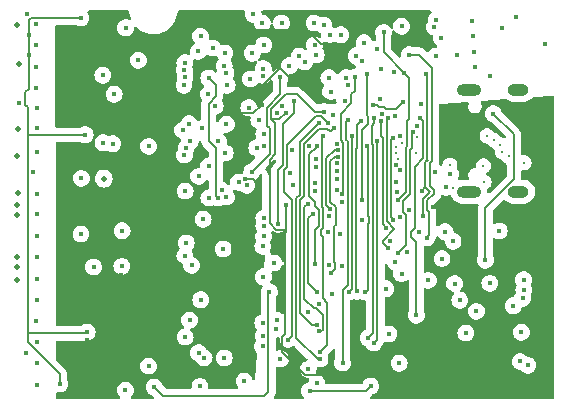
<source format=gbr>
%TF.GenerationSoftware,KiCad,Pcbnew,8.0.2*%
%TF.CreationDate,2024-12-18T21:07:28-06:00*%
%TF.ProjectId,Usb_Bridge,5573625f-4272-4696-9467-652e6b696361,rev?*%
%TF.SameCoordinates,Original*%
%TF.FileFunction,Copper,L2,Inr*%
%TF.FilePolarity,Positive*%
%FSLAX46Y46*%
G04 Gerber Fmt 4.6, Leading zero omitted, Abs format (unit mm)*
G04 Created by KiCad (PCBNEW 8.0.2) date 2024-12-18 21:07:28*
%MOMM*%
%LPD*%
G01*
G04 APERTURE LIST*
%TA.AperFunction,ComponentPad*%
%ADD10O,2.100000X1.000000*%
%TD*%
%TA.AperFunction,ComponentPad*%
%ADD11O,1.800000X1.000000*%
%TD*%
%TA.AperFunction,ViaPad*%
%ADD12C,0.400000*%
%TD*%
%TA.AperFunction,ViaPad*%
%ADD13C,0.500000*%
%TD*%
%TA.AperFunction,ViaPad*%
%ADD14C,0.250000*%
%TD*%
%TA.AperFunction,Conductor*%
%ADD15C,0.200000*%
%TD*%
G04 APERTURE END LIST*
D10*
%TO.N,GND*%
%TO.C,J12*%
X42700000Y1100000D03*
D11*
X46900000Y1100000D03*
D10*
X42700000Y9740000D03*
D11*
X46900000Y9740000D03*
%TD*%
D12*
%TO.N,GND*%
X41490000Y-6670000D03*
X46460000Y-8550000D03*
X43330000Y-9030000D03*
X44480000Y-6660000D03*
X35930000Y-10940000D03*
%TO.N,SCL*%
X41930000Y-8080000D03*
X42450000Y-10860000D03*
%TO.N,GND*%
X25210000Y15380000D03*
X29200000Y4980000D03*
D13*
X4400000Y0D03*
D12*
X46722669Y15859104D03*
D13*
X4400000Y-5300000D03*
D12*
X23878407Y1636978D03*
X5190000Y-12520000D03*
X9900000Y2230000D03*
D13*
X4400000Y4100000D03*
D12*
X31550586Y3508285D03*
X13320000Y-5220000D03*
X10920000Y-5260000D03*
X35320000Y7690000D03*
X36545000Y1960000D03*
X19930000Y-15380000D03*
X45270000Y-2220000D03*
X42960000Y15530000D03*
X30410000Y15220000D03*
X32200000Y8820000D03*
X39270000Y-6410000D03*
X24060000Y8216844D03*
X35680000Y-7120000D03*
X15580000Y-13660000D03*
X26185986Y-4935282D03*
X13640000Y14980000D03*
X26740000Y-13030000D03*
X49130000Y13600000D03*
X4588561Y8651827D03*
X14720000Y12240000D03*
X13346172Y-2196399D03*
X26905998Y8359128D03*
X36545000Y3364772D03*
X11720000Y5240000D03*
X29830000Y-15120000D03*
X27840002Y1650000D03*
X43020000Y14320000D03*
X30986581Y9586563D03*
X21220000Y8340000D03*
D13*
X11779265Y2220735D03*
D12*
X18680000Y1170000D03*
X24440000Y16130000D03*
X5290000Y16130000D03*
X37660000Y-410000D03*
D13*
X4400000Y15200000D03*
D12*
X11710000Y10960000D03*
X15590000Y4940000D03*
X9860000Y-2470000D03*
X21772969Y1218175D03*
X39850000Y2761393D03*
X30824049Y-5132671D03*
%TO.N,+2V8*%
X23170000Y7740000D03*
X13234175Y-5911993D03*
X19530000Y3170000D03*
X14890000Y-11950000D03*
X13700000Y10000D03*
X10660000Y-1890000D03*
X29760000Y9470000D03*
X11140000Y-13870000D03*
X13780000Y5620000D03*
X32639651Y13633804D03*
X18620000Y-13630000D03*
X12820000Y15650000D03*
X8388409Y5040000D03*
X18450000Y-6160000D03*
X10760000Y2079998D03*
X25164986Y8471637D03*
X12910000Y-13580000D03*
X12950000Y-3270000D03*
X22290000Y14970000D03*
X12600000Y11470000D03*
X10390000Y-11460000D03*
X23780748Y2210495D03*
%TO.N,+5V*%
X31190000Y7620000D03*
X38670000Y8560000D03*
X34390000Y-15350000D03*
X38260000Y-9360000D03*
X29210000Y-15740000D03*
X39880000Y12570000D03*
X26387703Y-10519999D03*
X38562067Y7346815D03*
X29060000Y-9040000D03*
%TO.N,iATN*%
X37010000Y15110000D03*
X30904979Y14413116D03*
%TO.N,oIO*%
X21020000Y13270000D03*
X33627125Y400000D03*
X34040000Y11040000D03*
X25330000Y13520000D03*
X25310000Y11510000D03*
%TO.N,oREQ*%
X22140000Y11180000D03*
X21453111Y592525D03*
X20680000Y10730000D03*
X31932467Y243152D03*
%TO.N,oSEL*%
X30893794Y-973837D03*
X20100000Y6460000D03*
X20683909Y583909D03*
X29780000Y12680000D03*
X24913913Y7160000D03*
X18461207Y6296410D03*
X24347643Y12820390D03*
%TO.N,oBSY*%
X44479187Y10900000D03*
X39770000Y15060000D03*
X26850000Y15382500D03*
X43250000Y11630000D03*
X37199948Y11179948D03*
X32487499Y10145239D03*
X24210000Y10650000D03*
X19810000Y2400000D03*
X36666860Y418842D03*
X43140000Y12900000D03*
X35479883Y14590000D03*
X23206143Y1906633D03*
X29600000Y15382500D03*
%TO.N,SD_CLK*%
X47140000Y-10790000D03*
X27420000Y-11410000D03*
X30790913Y6894519D03*
%TO.N,oCD_iSEL*%
X30911413Y-335412D03*
X31623084Y4621464D03*
X21490018Y5360000D03*
D13*
%TO.N,ATN*%
X4500000Y6400000D03*
D12*
X36395698Y11206381D03*
X6100000Y6480000D03*
%TO.N,BSY*%
X5810000Y2780000D03*
X26490000Y7810000D03*
%TO.N,DBP*%
X20195313Y-1218106D03*
X6110000Y-770000D03*
D13*
X4400000Y-900000D03*
D12*
%TO.N,ACK*%
X28327331Y12568305D03*
X20650000Y9360000D03*
X12530000Y5170000D03*
X12660000Y9360000D03*
X20670000Y3260000D03*
X6100000Y4490000D03*
%TO.N,RST*%
X6110000Y8150000D03*
X35146901Y8922131D03*
%TO.N,MSG*%
X6090000Y13520000D03*
X33821788Y13710753D03*
%TO.N,SEL*%
X19011207Y6860000D03*
D13*
X4500000Y1000000D03*
D12*
X22175000Y6810000D03*
X19110000Y5396410D03*
X6100000Y950000D03*
%TO.N,CD*%
X19770000Y12980000D03*
X18608611Y4216719D03*
D13*
X4599994Y11900000D03*
D12*
X22078325Y4380000D03*
X6090000Y11700000D03*
%TO.N,REQ*%
X22049890Y12850000D03*
X6090000Y15310000D03*
X18650000Y12020000D03*
X19977953Y14267432D03*
%TO.N,IO*%
X18580000Y10110000D03*
X6090000Y9910000D03*
X22240000Y10110000D03*
%TO.N,DB7*%
X6175000Y-15240000D03*
X20280000Y-12950000D03*
%TO.N,DB6*%
X19810000Y-12540000D03*
X6100000Y-13410000D03*
%TO.N,DB5*%
X18680000Y-11200000D03*
X6120000Y-11640000D03*
%TO.N,DB4*%
X6080000Y-9850000D03*
X19050000Y-9770000D03*
%TO.N,DB3*%
X20000000Y-8050000D03*
X6110000Y-8070000D03*
%TO.N,DB2*%
X19230000Y-5140000D03*
D13*
X4400000Y-6400000D03*
D12*
X6160000Y-6250000D03*
%TO.N,DB1*%
X18650000Y-4300000D03*
X6160000Y-4450000D03*
D13*
X4400000Y-4400000D03*
D12*
%TO.N,DB0*%
X18770000Y-3230000D03*
X6175000Y-2680000D03*
%TO.N,+3V3*%
X42170000Y-2360000D03*
X36883933Y2931612D03*
X36830000Y5780000D03*
X33457308Y-13478472D03*
X27221510Y10000D03*
X31813157Y-2460013D03*
X36116091Y-9780000D03*
X30448575Y7880000D03*
X36866067Y-1039979D03*
X32000000Y-14430000D03*
X39700000Y-225422D03*
X27220000Y7790000D03*
X41080000Y-790000D03*
X34546414Y8429152D03*
X47170000Y-9650000D03*
X31507200Y2859732D03*
X37160000Y8720000D03*
D14*
X47420000Y-190000D03*
X48060000Y-1760000D03*
D12*
X27120000Y-2180000D03*
%TO.N,Net-(D3-A)*%
X29090000Y-13940000D03*
%TO.N,oMSG_iBSY*%
X33037499Y10817499D03*
X31917021Y892971D03*
%TO.N,SD_CMD_MOSI*%
X31282726Y6501973D03*
X29850000Y-10150000D03*
X47250000Y-7930000D03*
%TO.N,SD_D0_MISO*%
X30331216Y5825784D03*
X30084127Y-12478474D03*
X47040000Y-13270000D03*
%TO.N,DBPTr*%
X32010000Y-13400000D03*
X32460000Y7160000D03*
X21985000Y-12965000D03*
%TO.N,SD_D1*%
X31537878Y5164825D03*
X30100000Y-13070000D03*
X29981866Y6913013D03*
X47690000Y-13600000D03*
%TO.N,SD_D2*%
X47330000Y-6340000D03*
X29820710Y4980710D03*
X29670000Y-5012582D03*
%TO.N,SD_D3_CS*%
X31582757Y4072942D03*
X31014478Y-5754153D03*
X47350000Y-7210000D03*
%TO.N,iRST*%
X35289490Y11534771D03*
X33646798Y12189305D03*
%TO.N,/Pico/ADC_AVDD*%
X38470000Y-2330000D03*
X36030000Y-3090000D03*
%TO.N,iACK*%
X27500000Y11770000D03*
X32302932Y10768487D03*
%TO.N,+1V1*%
X38289998Y6680000D03*
X31507844Y2190983D03*
X40765945Y1481637D03*
%TO.N,SCL*%
X29480000Y-780000D03*
X29860000Y-7380000D03*
%TO.N,TRM_ON_J*%
X5460449Y12678824D03*
X10220000Y5930000D03*
X9860000Y15815000D03*
X10390000Y-10790000D03*
X5460449Y14400000D03*
X8070000Y-15170000D03*
%TO.N,iBSY*%
X25236601Y10934419D03*
X30844128Y10748110D03*
%TO.N,iCD*%
X24740000Y4840000D03*
X18769832Y4846410D03*
%TO.N,iMSG*%
X34900000Y13190000D03*
X29640000Y13530000D03*
%TO.N,iIO*%
X21980000Y11760000D03*
X18670000Y10810000D03*
%TO.N,oACK*%
X27922100Y8825505D03*
X33685858Y-1280000D03*
X26563686Y-1663818D03*
%TO.N,SDA*%
X29037984Y90000D03*
X29980000Y-10720000D03*
%TO.N,VBUS*%
X44100000Y-4700000D03*
X31954747Y-5190000D03*
X36996364Y-5826631D03*
X41138083Y2594794D03*
X37470000Y-3970002D03*
X40690000Y-2280000D03*
X44770000Y7720000D03*
%TO.N,!oBSY*%
X28789665Y12111412D03*
X33156163Y12615662D03*
X41683429Y12700000D03*
X18610000Y11380000D03*
%TO.N,ACKDr*%
X24313725Y2805120D03*
X26716091Y10806091D03*
%TO.N,/Pico/XIN*%
X29723522Y3864781D03*
X27545000Y2655618D03*
D14*
%TO.N,/Pico/USB_D-*%
X41350000Y1460000D03*
X43990000Y1920000D03*
%TO.N,/Pico/USB_D+*%
X41090000Y3330000D03*
X43930000Y3300000D03*
D12*
%TO.N,/Pico/SWDIO*%
X22175271Y648183D03*
X21900000Y-3740000D03*
X31531210Y1284954D03*
%TO.N,/Pico/SWCLK*%
X29670000Y1880000D03*
%TO.N,/Pico/RUN*%
X29699498Y1131680D03*
X39030000Y11069653D03*
X38720000Y1140000D03*
X38780000Y-980000D03*
%TO.N,/Pico/XOUT*%
X29750000Y3230000D03*
X27764670Y4655375D03*
%TO.N,/Pico/GPIO24*%
X36645004Y1060000D03*
X30743457Y-2329396D03*
D14*
%TO.N,/Pico/QSPI_SS*%
X38325000Y5700000D03*
X44240000Y5830000D03*
D12*
%TO.N,/Pico/GPIO08*%
X32781634Y5853644D03*
X32543352Y-7359998D03*
X29985549Y-8370000D03*
%TO.N,/Pico/GPIO07*%
X26430000Y-9760000D03*
X33191518Y-7321182D03*
X33608728Y7070000D03*
%TO.N,/Pico/GPIO06*%
X34086886Y4950001D03*
X25245385Y-10014077D03*
X33930000Y-7370000D03*
%TO.N,/Pico/GPIO05*%
X34160998Y-11284816D03*
X34708728Y7307215D03*
X25279345Y-11077431D03*
%TO.N,/Pico/GPIO28*%
X37663840Y12712850D03*
X39120000Y-2803360D03*
X31842761Y14392550D03*
%TO.N,/Pico/GPIO04*%
X34940000Y5373149D03*
X25227649Y-11998432D03*
X34648924Y-11711106D03*
%TO.N,/Pico/GPIO03*%
X35661801Y-1938199D03*
X25340000Y-1150000D03*
X35221565Y7108470D03*
%TO.N,/Pico/GPIO02*%
X36290000Y5652022D03*
X25339892Y-1793029D03*
X36290000Y-1250000D03*
%TO.N,/Pico/GPIO01*%
X35879857Y-3695508D03*
X35827692Y7343234D03*
X25322637Y-2681205D03*
%TO.N,/Pico/GPIO00*%
X36461442Y7487679D03*
X25247288Y-3529121D03*
X36704377Y-4099228D03*
X37977617Y6158206D03*
D14*
%TO.N,/Pico/QSPI_SCLK*%
X36560000Y4360000D03*
X46070000Y4090000D03*
%TO.N,/Pico/QSPI_SD0*%
X38250785Y4400011D03*
X45540000Y4470000D03*
%TO.N,/Pico/QSPI_SD1*%
X37050000Y5200000D03*
X44810000Y5470000D03*
D12*
%TO.N,Net-(R24-Pad1)*%
X45537499Y14925596D03*
X39940000Y15680000D03*
D14*
%TO.N,/Pico/QSPI_SD2*%
X36550000Y4930000D03*
X45340000Y5090000D03*
D12*
%TO.N,Net-(J13-Pin_1)*%
X25370000Y4970000D03*
%TO.N,Net-(J13-Pin_3)*%
X25330000Y5980000D03*
D14*
%TO.N,/Pico/QSPI_SD3*%
X47380000Y3570000D03*
X36665000Y3875876D03*
D12*
%TO.N,Net-(R58-Pad2)*%
X41360000Y-3090000D03*
%TO.N,Net-(D8-K)*%
X31080000Y-7517158D03*
%TO.N,Net-(D9-K)*%
X25310000Y-6090000D03*
%TO.N,EXT_TERM_PWR*%
X23680000Y-14940000D03*
X13620577Y-15709248D03*
%TO.N,Net-(D9-A)*%
X25810000Y-7370000D03*
X16050000Y-15430000D03*
%TO.N,Net-(JP7-A)*%
X40430000Y-4560000D03*
X36469778Y-4852987D03*
X36800000Y-13420000D03*
%TO.N,Net-(R27-Pad2)*%
X40370000Y14080000D03*
%TD*%
D15*
%TO.N,+5V*%
X38260000Y-3157818D02*
X38260000Y-9360000D01*
X38562067Y7346815D02*
X38840000Y7068882D01*
X38140000Y3234975D02*
X38140000Y-1982182D01*
X38840000Y3934975D02*
X38140000Y3234975D01*
X37840000Y-2737818D02*
X38260000Y-3157818D01*
X37840000Y-2282182D02*
X37840000Y-2737818D01*
X38840000Y7068882D02*
X38840000Y3934975D01*
X38140000Y-1982182D02*
X37840000Y-2282182D01*
%TO.N,+2V8*%
X29760000Y9680000D02*
X29760000Y10690000D01*
X30172593Y13633804D02*
X28986397Y14820000D01*
X25164986Y8471637D02*
X24433349Y7740000D01*
X26690000Y11610000D02*
X25164986Y10084986D01*
X32639651Y13633804D02*
X30172593Y13633804D01*
X29760000Y9470000D02*
X29760000Y9680000D01*
X28620000Y9680000D02*
X26690000Y11610000D01*
X22630000Y-6190000D02*
X18480000Y-6190000D01*
X24980000Y1630000D02*
X22630000Y-720000D01*
X29760000Y9680000D02*
X28620000Y9680000D01*
X25164986Y10084986D02*
X25164986Y8471637D01*
X18480000Y-6190000D02*
X18450000Y-6160000D01*
X32639651Y13569651D02*
X32639651Y13633804D01*
X23780748Y2210495D02*
X24399505Y2210495D01*
X24433349Y7740000D02*
X23170000Y7740000D01*
X22630000Y-720000D02*
X22630000Y-6190000D01*
X22440000Y14820000D02*
X22290000Y14970000D01*
X28986397Y14820000D02*
X22440000Y14820000D01*
X29760000Y10690000D02*
X32639651Y13569651D01*
X24399505Y2210495D02*
X24980000Y1630000D01*
%TO.N,+5V*%
X33970000Y-15770000D02*
X34390000Y-15350000D01*
X29240000Y-15770000D02*
X33970000Y-15770000D01*
X29210000Y-15740000D02*
X29240000Y-15770000D01*
%TO.N,oIO*%
X34158728Y6842182D02*
X34158728Y7453619D01*
X34040000Y7572347D02*
X34040000Y11040000D01*
X34158728Y7453619D02*
X34040000Y7572347D01*
X33627125Y400000D02*
X33636886Y409761D01*
X33636886Y6320340D02*
X34158728Y6842182D01*
X33636886Y409761D02*
X33636886Y6320340D01*
%TO.N,oREQ*%
X20670000Y8567818D02*
X20670000Y5375874D01*
X21270874Y9168692D02*
X20670000Y8567818D01*
X20670000Y5375874D02*
X21270874Y4775000D01*
X21270874Y4775000D02*
X21270874Y774762D01*
X21270874Y774762D02*
X21453111Y592525D01*
X21270874Y10139126D02*
X21270874Y9168692D01*
X20680000Y10730000D02*
X21270874Y10139126D01*
%TO.N,oBSY*%
X37199948Y11179948D02*
X35479883Y12900013D01*
X37350000Y4838248D02*
X37350000Y1101982D01*
X37350000Y1101982D02*
X36666860Y418842D01*
X35479883Y12900013D02*
X35479883Y14590000D01*
X37500000Y7088980D02*
X37500000Y4988248D01*
X37661375Y7250355D02*
X37500000Y7088980D01*
X37661375Y10718521D02*
X37661375Y7250355D01*
X37199948Y11179948D02*
X37661375Y10718521D01*
X37500000Y4988248D02*
X37350000Y4838248D01*
%TO.N,SD_CLK*%
X27420000Y-11410000D02*
X27720000Y-11110000D01*
X27314670Y3182490D02*
X27314670Y5042935D01*
X27039999Y2907819D02*
X27314670Y3182490D01*
X30178223Y7507209D02*
X30790913Y6894519D01*
X27039999Y1070001D02*
X27039999Y2907819D01*
X27720000Y390000D02*
X27039999Y1070001D01*
X27720000Y-11110000D02*
X27720000Y390000D01*
X29778944Y7507209D02*
X30178223Y7507209D01*
X27314670Y5042935D02*
X29778944Y7507209D01*
%TO.N,oCD_iSEL*%
X31623084Y4621464D02*
X31323646Y4621464D01*
X31323646Y4621464D02*
X30623522Y3921340D01*
X30911413Y-332687D02*
X30911413Y-335412D01*
X30623522Y3921340D02*
X30623522Y-44796D01*
X30623522Y-44796D02*
X30911413Y-332687D01*
%TO.N,+3V3*%
X27120000Y-10932182D02*
X27120000Y-2180000D01*
X28149918Y9375505D02*
X29645423Y7880000D01*
X36513604Y8073604D02*
X35714214Y8073604D01*
X26870000Y-12497818D02*
X26870000Y-11182182D01*
X25950000Y8087818D02*
X27237687Y9375505D01*
X26870000Y-11182182D02*
X27120000Y-10932182D01*
X25820000Y-1556529D02*
X26377289Y-2113818D01*
X26280000Y6890000D02*
X26280000Y4276420D01*
X27237687Y9375505D02*
X28149918Y9375505D01*
X27220000Y7790000D02*
X26650000Y7220000D01*
X32000000Y-14430000D02*
X28802182Y-14430000D01*
X35714214Y8073604D02*
X35547818Y8240000D01*
X27053818Y-2113818D02*
X27120000Y-2180000D01*
X27221510Y-2078490D02*
X27120000Y-2180000D01*
X27221510Y10000D02*
X27221510Y-2078490D01*
X26650000Y7220000D02*
X25950000Y7220000D01*
X35547818Y8240000D02*
X35092182Y8240000D01*
X28802182Y-14430000D02*
X26870000Y-12497818D01*
X29645423Y7880000D02*
X30448575Y7880000D01*
X34903030Y8429152D02*
X34546414Y8429152D01*
X25950000Y7220000D02*
X25950000Y8087818D01*
X37160000Y8720000D02*
X36513604Y8073604D01*
X25950000Y7220000D02*
X26280000Y6890000D01*
X35092182Y8240000D02*
X34903030Y8429152D01*
X26377289Y-2113818D02*
X27053818Y-2113818D01*
X25820000Y3816420D02*
X25820000Y-1556529D01*
X26280000Y4276420D02*
X25820000Y3816420D01*
%TO.N,oMSG_iBSY*%
X32073084Y5266016D02*
X32073084Y4423084D01*
X33037499Y9658166D02*
X32750000Y9370667D01*
X32750000Y8592182D02*
X31871190Y7713372D01*
X32073084Y4423084D02*
X32040000Y4390000D01*
X32750000Y9370667D02*
X32750000Y8592182D01*
X32040000Y4390000D02*
X32080000Y4350000D01*
X32080000Y4350000D02*
X32080000Y1055950D01*
X32040000Y4390000D02*
X32034008Y4395992D01*
X33037499Y10817499D02*
X33037499Y9658166D01*
X31871190Y5467910D02*
X32073084Y5266016D01*
X32080000Y1055950D02*
X31917021Y892971D01*
X31871190Y7713372D02*
X31871190Y5467910D01*
%TO.N,SD_CMD_MOSI*%
X30727672Y6445785D02*
X30909131Y6264326D01*
X28420002Y395028D02*
X28730000Y705026D01*
X28730000Y5157818D02*
X30017967Y6445785D01*
X29392182Y-10150000D02*
X28420002Y-9177820D01*
X30017967Y6445785D02*
X30727672Y6445785D01*
X28730000Y705026D02*
X28730000Y5157818D01*
X29850000Y-10150000D02*
X29392182Y-10150000D01*
X28420002Y-9177820D02*
X28420002Y395028D01*
X30909131Y6264326D02*
X31045079Y6264326D01*
X31045079Y6264326D02*
X31282726Y6501973D01*
%TO.N,SD_D0_MISO*%
X30361413Y-7861695D02*
X30361413Y-2725170D01*
X30535549Y-8035831D02*
X30361413Y-7861695D01*
X30535549Y-8182095D02*
X30535549Y-8035831D01*
X30361413Y-1933622D02*
X30361413Y-277662D01*
X30193457Y-2101578D02*
X30361413Y-1933622D01*
X30361413Y-2725170D02*
X30193457Y-2557214D01*
X30675060Y-11887541D02*
X30675060Y-8321606D01*
X30193457Y-2557214D02*
X30193457Y-2101578D01*
X30273522Y5768090D02*
X30331216Y5825784D01*
X30273522Y-189771D02*
X30273522Y5768090D01*
X30084127Y-12478474D02*
X30675060Y-11887541D01*
X30675060Y-8321606D02*
X30535549Y-8182095D01*
X30361413Y-277662D02*
X30273522Y-189771D01*
%TO.N,DBPTr*%
X32010000Y-13400000D02*
X32010000Y-7180000D01*
X32430000Y5404075D02*
X32330000Y5504075D01*
X32010000Y-7180000D02*
X32430000Y-6760000D01*
X32330000Y5504075D02*
X32330000Y7030000D01*
X32430000Y-6760000D02*
X32430000Y5404075D01*
X32330000Y7030000D02*
X32460000Y7160000D01*
%TO.N,SD_D1*%
X28380000Y5311147D02*
X29981866Y6913013D01*
X28380000Y850000D02*
X28380000Y5311147D01*
X28070002Y-11242167D02*
X28070002Y540002D01*
X30100000Y-13070000D02*
X29897835Y-13070000D01*
X28070002Y540002D02*
X28380000Y850000D01*
X29897835Y-13070000D02*
X28070002Y-11242167D01*
%TO.N,SD_D2*%
X30011413Y-1788648D02*
X29670000Y-2130061D01*
X29670000Y-2130061D02*
X29670000Y-5012582D01*
X30011413Y-422637D02*
X30011413Y-1788648D01*
X29820710Y4980710D02*
X29820710Y4930710D01*
X29820710Y4930710D02*
X29200000Y4310000D01*
X29710000Y270000D02*
X29710000Y-121224D01*
X29200000Y780000D02*
X29710000Y270000D01*
X29200000Y4310000D02*
X29200000Y780000D01*
X29710000Y-121224D02*
X30011413Y-422637D01*
%TO.N,SD_D3_CS*%
X31331383Y-5437248D02*
X31014478Y-5754153D01*
X31331383Y-4871259D02*
X31331383Y-5437248D01*
X31290000Y-1812182D02*
X31290000Y-4829876D01*
X30973522Y271198D02*
X31430000Y-185280D01*
X30973522Y3709039D02*
X30973522Y271198D01*
X31582757Y4072942D02*
X31337425Y4072942D01*
X31430000Y-1672182D02*
X31290000Y-1812182D01*
X31430000Y-185280D02*
X31430000Y-1672182D01*
X31337425Y4072942D02*
X30973522Y3709039D01*
X31290000Y-4829876D02*
X31331383Y-4871259D01*
%TO.N,SCL*%
X29860000Y-7380000D02*
X29120000Y-6640000D01*
X29120000Y-1140000D02*
X29480000Y-780000D01*
X29120000Y-6640000D02*
X29120000Y-1140000D01*
%TO.N,TRM_ON_J*%
X10290000Y-10890000D02*
X10390000Y-10790000D01*
X9855000Y15820000D02*
X9860000Y15815000D01*
X5156373Y9529828D02*
X5460449Y9833904D01*
X5460449Y12678824D02*
X5460449Y14400000D01*
X5460449Y9833904D02*
X5460449Y12678824D01*
X5360000Y-11657818D02*
X5360000Y-10890000D01*
X5410000Y5930000D02*
X5360000Y5980000D01*
X10220000Y5930000D02*
X5410000Y5930000D01*
X5360000Y-10890000D02*
X5360000Y5980000D01*
X5156373Y8476572D02*
X5156373Y9529828D01*
X5360000Y8272945D02*
X5156373Y8476572D01*
X8070000Y-15170000D02*
X8070000Y-14367818D01*
X5630000Y15820000D02*
X9855000Y15820000D01*
X5360000Y5980000D02*
X5360000Y8272945D01*
X8070000Y-14367818D02*
X5360000Y-11657818D01*
X5460449Y15650449D02*
X5630000Y15820000D01*
X5460449Y14400000D02*
X5460449Y15650449D01*
X5360000Y-10890000D02*
X10290000Y-10890000D01*
%TO.N,oACK*%
X26964670Y3327464D02*
X26964670Y6826852D01*
X26563686Y2926480D02*
X26964670Y3327464D01*
X27922100Y7784282D02*
X27922100Y8825505D01*
X26563686Y-1663818D02*
X26563686Y2926480D01*
X26964670Y6826852D02*
X27922100Y7784282D01*
%TO.N,SDA*%
X29980000Y-10720000D02*
X30207807Y-10720000D01*
X30207807Y-10720000D02*
X30325060Y-10602747D01*
X29567212Y-8769394D02*
X28770000Y-7972182D01*
X28770000Y-7972182D02*
X28770000Y-177984D01*
X28770000Y-177984D02*
X29037984Y90000D01*
X30325060Y-9325060D02*
X29769394Y-8769394D01*
X29769394Y-8769394D02*
X29567212Y-8769394D01*
X30325060Y-10602747D02*
X30325060Y-9325060D01*
%TO.N,VBUS*%
X44100000Y-239340D02*
X44100000Y-4700000D01*
X46495000Y5995000D02*
X46495000Y2155660D01*
X46495000Y2155660D02*
X44100000Y-239340D01*
X44770000Y7720000D02*
X46495000Y5995000D01*
%TO.N,ACKDr*%
X25820000Y6460000D02*
X25570000Y6710000D01*
X26716091Y9348884D02*
X26716091Y10806091D01*
X24313725Y2805120D02*
X25820000Y4311395D01*
X25820000Y4311395D02*
X25820000Y6460000D01*
X25570000Y6710000D02*
X25570000Y8202793D01*
X25570000Y8202793D02*
X26716091Y9348884D01*
%TO.N,/Pico/RUN*%
X39383274Y1071726D02*
X38985000Y1470000D01*
X39190000Y3830000D02*
X39190000Y10909653D01*
X38720000Y1205000D02*
X38720000Y1140000D01*
X39190000Y10909653D02*
X39030000Y11069653D01*
X39210000Y3810000D02*
X39190000Y3830000D01*
X38780000Y468452D02*
X39383274Y1071726D01*
X38985000Y1470000D02*
X38985000Y3585000D01*
X38985000Y3585000D02*
X39210000Y3810000D01*
X38780000Y-980000D02*
X38780000Y468452D01*
X38985000Y1470000D02*
X38720000Y1205000D01*
%TO.N,/Pico/GPIO08*%
X32781634Y-7121716D02*
X32543352Y-7359998D01*
X32781634Y5853644D02*
X32781634Y-7121716D01*
%TO.N,/Pico/GPIO07*%
X33608728Y7070000D02*
X33250000Y6711272D01*
X33250000Y6711272D02*
X33250000Y4814974D01*
X33177125Y-7306789D02*
X33191518Y-7321182D01*
X33177125Y4742099D02*
X33177125Y-7306789D01*
X33250000Y4814974D02*
X33177125Y4742099D01*
%TO.N,/Pico/GPIO06*%
X34123871Y4913016D02*
X34086886Y4950001D01*
X34123871Y-940195D02*
X34123871Y4913016D01*
X34235858Y-1052182D02*
X34123871Y-940195D01*
X33930000Y-7370000D02*
X34123871Y-7176129D01*
X34235858Y-1507818D02*
X34235858Y-1052182D01*
X34123871Y-1619805D02*
X34235858Y-1507818D01*
X34123871Y-7176129D02*
X34123871Y-1619805D01*
%TO.N,/Pico/GPIO28*%
X39335000Y-2588360D02*
X39335000Y-607182D01*
X39580000Y11617471D02*
X38484621Y12712850D01*
X38484621Y12712850D02*
X37663840Y12712850D01*
X39733274Y1216700D02*
X39390000Y1559974D01*
X39580000Y3685026D02*
X39580000Y11617471D01*
X39170000Y-442182D02*
X39170000Y363478D01*
X39390000Y1559974D02*
X39390000Y3495026D01*
X39170000Y363478D02*
X39733274Y926752D01*
X39120000Y-2803360D02*
X39335000Y-2588360D01*
X39390000Y3495026D02*
X39580000Y3685026D01*
X39733274Y926752D02*
X39733274Y1216700D01*
X39335000Y-607182D02*
X39170000Y-442182D01*
%TO.N,/Pico/GPIO03*%
X35395000Y-1671398D02*
X35395000Y5685000D01*
X35661801Y-1938199D02*
X35395000Y-1671398D01*
X35221565Y5858435D02*
X35221565Y7108470D01*
X35230000Y5850000D02*
X35221565Y5858435D01*
X35230000Y5850000D02*
X35395000Y5685000D01*
%TO.N,/Pico/GPIO02*%
X36095000Y717182D02*
X36105000Y707182D01*
X36105000Y707182D02*
X36105000Y-1065000D01*
X36105000Y-1065000D02*
X36290000Y-1250000D01*
X36095000Y5457022D02*
X36095000Y717182D01*
X36290000Y5652022D02*
X36095000Y5457022D01*
%TO.N,/Pico/GPIO01*%
X35430000Y-3030000D02*
X36380000Y-2080000D01*
X36380000Y-2020000D02*
X35745000Y-1385000D01*
X35745000Y7260542D02*
X35827692Y7343234D01*
X35430000Y-3245651D02*
X35430000Y-3030000D01*
X36380000Y-2080000D02*
X36380000Y-2020000D01*
X35879857Y-3695508D02*
X35430000Y-3245651D01*
X35745000Y-1385000D02*
X35745000Y7260542D01*
%TO.N,/Pico/GPIO00*%
X37850000Y4771752D02*
X37850000Y6030589D01*
X37110000Y327207D02*
X37700000Y917207D01*
X37700000Y4621752D02*
X37850000Y4771752D01*
X36345000Y7455000D02*
X36377679Y7487679D01*
X37377102Y-904920D02*
X37110000Y-637818D01*
X36704377Y-4099228D02*
X37377102Y-3426503D01*
X37850000Y6030589D02*
X37977617Y6158206D01*
X37377102Y-3426503D02*
X37377102Y-904920D01*
X36377679Y7487679D02*
X36461442Y7487679D01*
X37110000Y-637818D02*
X37110000Y327207D01*
X37700000Y917207D02*
X37700000Y4621752D01*
%TO.N,Net-(D9-A)*%
X16810000Y-16190000D02*
X25390000Y-16190000D01*
X25729345Y-7450655D02*
X25729345Y-15850655D01*
X25390000Y-16190000D02*
X25729345Y-15850655D01*
X16050000Y-15430000D02*
X16810000Y-16190000D01*
X25810000Y-7370000D02*
X25729345Y-7450655D01*
%TO.N,/Pico/GPIO05*%
X34600000Y5040000D02*
X34490000Y5150000D01*
X34160998Y-11284816D02*
X34600000Y-10845814D01*
X34600000Y-10845814D02*
X34600000Y5040000D01*
%TO.N,/Pico/GPIO04*%
X34950000Y5363149D02*
X34950000Y-11410030D01*
%TO.N,/Pico/GPIO05*%
X34490000Y5150000D02*
X34490000Y6678480D01*
X34490000Y6678480D02*
X34708728Y6897208D01*
%TO.N,/Pico/GPIO04*%
X34940000Y5373149D02*
X34950000Y5363149D01*
X34950000Y-11410030D02*
X34648924Y-11711106D01*
%TO.N,/Pico/GPIO05*%
X34708728Y6897208D02*
X34708728Y7307215D01*
%TD*%
%TA.AperFunction,Conductor*%
%TO.N,+3V3*%
G36*
X26631565Y-11209869D02*
G01*
X26688628Y-11250188D01*
X26714833Y-11314957D01*
X26714535Y-11342143D01*
X26706296Y-11409999D01*
X26706296Y-11410000D01*
X26727034Y-11580801D01*
X26788045Y-11741673D01*
X26788046Y-11741675D01*
X26884842Y-11881907D01*
X26885786Y-11883274D01*
X26885789Y-11883277D01*
X27014567Y-11997365D01*
X27014568Y-11997365D01*
X27014570Y-11997367D01*
X27166917Y-12077325D01*
X27166919Y-12077325D01*
X27166920Y-12077326D01*
X27333972Y-12118500D01*
X27506028Y-12118500D01*
X27673079Y-12077326D01*
X27673079Y-12077325D01*
X27673083Y-12077325D01*
X27825430Y-11997367D01*
X27825431Y-11997365D01*
X27832071Y-11993881D01*
X27833084Y-11995812D01*
X27889081Y-11977334D01*
X27956736Y-11994787D01*
X27980871Y-12013585D01*
X29004800Y-13037514D01*
X29038285Y-13098837D01*
X29033301Y-13168529D01*
X28991429Y-13224462D01*
X28946795Y-13245592D01*
X28836920Y-13272674D01*
X28836919Y-13272674D01*
X28836917Y-13272675D01*
X28760743Y-13312654D01*
X28684567Y-13352634D01*
X28555789Y-13466722D01*
X28555786Y-13466725D01*
X28458045Y-13608326D01*
X28397034Y-13769198D01*
X28376296Y-13939999D01*
X28376296Y-13940000D01*
X28397034Y-14110801D01*
X28457355Y-14269853D01*
X28458046Y-14271675D01*
X28554561Y-14411500D01*
X28555786Y-14413274D01*
X28555789Y-14413277D01*
X28684567Y-14527365D01*
X28684568Y-14527365D01*
X28684570Y-14527367D01*
X28836917Y-14607325D01*
X28836919Y-14607325D01*
X28836920Y-14607326D01*
X29003972Y-14648500D01*
X29071430Y-14648500D01*
X29138469Y-14668185D01*
X29184224Y-14720989D01*
X29194168Y-14790147D01*
X29187372Y-14816471D01*
X29137034Y-14949198D01*
X29135240Y-14956481D01*
X29133068Y-14955945D01*
X29109823Y-15009941D01*
X29051884Y-15048991D01*
X29044032Y-15051203D01*
X28956920Y-15072673D01*
X28804567Y-15152634D01*
X28675789Y-15266722D01*
X28675786Y-15266725D01*
X28578045Y-15408326D01*
X28517034Y-15569198D01*
X28496296Y-15739999D01*
X28496296Y-15740000D01*
X28517034Y-15910801D01*
X28578045Y-16071673D01*
X28578046Y-16071675D01*
X28675785Y-16213273D01*
X28675786Y-16213274D01*
X28675789Y-16213277D01*
X28697696Y-16232685D01*
X28734823Y-16291874D01*
X28734055Y-16361740D01*
X28695637Y-16420099D01*
X28631767Y-16448424D01*
X28615469Y-16449500D01*
X26290411Y-16449500D01*
X26223372Y-16429815D01*
X26177617Y-16377011D01*
X26167673Y-16307853D01*
X26196698Y-16244297D01*
X26202730Y-16237819D01*
X26207864Y-16232685D01*
X26216266Y-16224283D01*
X26296377Y-16085528D01*
X26324378Y-15981027D01*
X26337845Y-15930766D01*
X26337845Y-13818856D01*
X26357530Y-13751817D01*
X26410334Y-13706062D01*
X26479492Y-13696118D01*
X26491509Y-13698457D01*
X26653972Y-13738500D01*
X26826028Y-13738500D01*
X26993079Y-13697326D01*
X26993079Y-13697325D01*
X26993083Y-13697325D01*
X27145430Y-13617367D01*
X27274215Y-13503273D01*
X27371954Y-13361675D01*
X27432965Y-13200801D01*
X27453704Y-13030000D01*
X27451596Y-13012634D01*
X27432965Y-12859198D01*
X27402459Y-12778762D01*
X27371954Y-12698325D01*
X27274215Y-12556727D01*
X27274213Y-12556725D01*
X27274210Y-12556722D01*
X27145432Y-12442634D01*
X27023105Y-12378432D01*
X26993083Y-12362675D01*
X26993082Y-12362674D01*
X26993079Y-12362673D01*
X26826028Y-12321500D01*
X26653972Y-12321500D01*
X26491520Y-12361540D01*
X26421717Y-12358471D01*
X26364655Y-12318151D01*
X26338450Y-12253381D01*
X26337845Y-12241143D01*
X26337845Y-11352499D01*
X26357530Y-11285460D01*
X26410334Y-11239705D01*
X26461845Y-11228499D01*
X26473729Y-11228499D01*
X26473731Y-11228499D01*
X26561767Y-11206800D01*
X26631565Y-11209869D01*
G37*
%TD.AperFunction*%
%TA.AperFunction,Conductor*%
G36*
X49885037Y9213588D02*
G01*
X49934392Y9164133D01*
X49949500Y9104816D01*
X49949500Y-16325500D01*
X49929815Y-16392539D01*
X49877011Y-16438294D01*
X49825500Y-16449500D01*
X34450412Y-16449500D01*
X34383373Y-16429815D01*
X34337618Y-16377011D01*
X34327674Y-16307853D01*
X34356699Y-16244297D01*
X34362730Y-16237820D01*
X34490717Y-16109831D01*
X34539201Y-16061346D01*
X34597204Y-16028632D01*
X34643083Y-16017325D01*
X34795430Y-15937367D01*
X34924215Y-15823273D01*
X35021954Y-15681675D01*
X35082965Y-15520801D01*
X35103704Y-15350000D01*
X35103542Y-15348661D01*
X35082965Y-15179198D01*
X35042565Y-15072673D01*
X35021954Y-15018325D01*
X34924215Y-14876727D01*
X34924213Y-14876725D01*
X34924210Y-14876722D01*
X34795432Y-14762634D01*
X34643079Y-14682673D01*
X34476028Y-14641500D01*
X34303972Y-14641500D01*
X34136920Y-14682673D01*
X33984567Y-14762634D01*
X33855789Y-14876722D01*
X33855786Y-14876725D01*
X33758045Y-15018326D01*
X33734098Y-15081471D01*
X33691920Y-15137174D01*
X33626322Y-15161231D01*
X33618156Y-15161500D01*
X30658598Y-15161500D01*
X30591559Y-15141815D01*
X30545804Y-15089011D01*
X30535502Y-15052447D01*
X30530340Y-15009941D01*
X30522965Y-14949199D01*
X30461954Y-14788325D01*
X30364215Y-14646727D01*
X30364213Y-14646725D01*
X30364210Y-14646722D01*
X30235432Y-14532634D01*
X30083079Y-14452673D01*
X29916028Y-14411500D01*
X29848570Y-14411500D01*
X29781531Y-14391815D01*
X29735776Y-14339011D01*
X29725832Y-14269853D01*
X29732628Y-14243529D01*
X29753928Y-14187367D01*
X29782965Y-14110801D01*
X29803704Y-13940000D01*
X29798656Y-13898427D01*
X29810116Y-13829504D01*
X29857020Y-13777718D01*
X29924476Y-13759511D01*
X29951425Y-13763083D01*
X30013972Y-13778500D01*
X30186028Y-13778500D01*
X30353079Y-13737326D01*
X30353079Y-13737325D01*
X30353083Y-13737325D01*
X30505430Y-13657367D01*
X30634215Y-13543273D01*
X30731954Y-13401675D01*
X30792965Y-13240801D01*
X30813704Y-13070000D01*
X30813501Y-13068324D01*
X30792965Y-12899198D01*
X30754313Y-12797281D01*
X30748946Y-12727618D01*
X30754312Y-12709341D01*
X30757226Y-12701658D01*
X30769620Y-12668976D01*
X30797876Y-12625272D01*
X31161981Y-12261169D01*
X31170113Y-12247083D01*
X31220680Y-12198868D01*
X31289287Y-12185646D01*
X31354152Y-12211614D01*
X31394680Y-12268528D01*
X31401500Y-12309084D01*
X31401500Y-12995705D01*
X31381815Y-13062744D01*
X31379554Y-13066140D01*
X31378046Y-13068323D01*
X31378046Y-13068324D01*
X31317034Y-13229198D01*
X31296296Y-13399999D01*
X31296296Y-13400000D01*
X31317034Y-13570801D01*
X31378045Y-13731673D01*
X31378046Y-13731675D01*
X31464806Y-13857367D01*
X31475786Y-13873274D01*
X31475789Y-13873277D01*
X31604567Y-13987365D01*
X31604568Y-13987365D01*
X31604570Y-13987367D01*
X31756917Y-14067325D01*
X31756919Y-14067325D01*
X31756920Y-14067326D01*
X31923972Y-14108500D01*
X32096028Y-14108500D01*
X32263079Y-14067326D01*
X32263079Y-14067325D01*
X32263083Y-14067325D01*
X32415430Y-13987367D01*
X32544215Y-13873273D01*
X32641954Y-13731675D01*
X32702965Y-13570801D01*
X32721276Y-13419999D01*
X36086296Y-13419999D01*
X36086296Y-13420000D01*
X36107034Y-13590801D01*
X36167898Y-13751285D01*
X36168046Y-13751675D01*
X36241001Y-13857367D01*
X36265786Y-13893274D01*
X36265789Y-13893277D01*
X36394567Y-14007365D01*
X36394568Y-14007365D01*
X36394570Y-14007367D01*
X36546917Y-14087325D01*
X36546919Y-14087325D01*
X36546920Y-14087326D01*
X36713972Y-14128500D01*
X36886028Y-14128500D01*
X37053079Y-14087326D01*
X37053079Y-14087325D01*
X37053083Y-14087325D01*
X37205430Y-14007367D01*
X37334215Y-13893273D01*
X37431954Y-13751675D01*
X37492965Y-13590801D01*
X37513704Y-13420000D01*
X37511276Y-13399999D01*
X37495491Y-13269999D01*
X46326296Y-13269999D01*
X46326296Y-13270000D01*
X46347034Y-13440801D01*
X46403922Y-13590801D01*
X46408046Y-13601675D01*
X46505785Y-13743273D01*
X46505786Y-13743274D01*
X46505789Y-13743277D01*
X46634567Y-13857365D01*
X46634568Y-13857365D01*
X46634570Y-13857367D01*
X46786917Y-13937325D01*
X46786919Y-13937325D01*
X46786920Y-13937326D01*
X46953972Y-13978500D01*
X47025287Y-13978500D01*
X47092326Y-13998185D01*
X47127336Y-14032059D01*
X47155785Y-14073273D01*
X47284567Y-14187365D01*
X47284568Y-14187365D01*
X47284570Y-14187367D01*
X47436917Y-14267325D01*
X47436919Y-14267325D01*
X47436920Y-14267326D01*
X47603972Y-14308500D01*
X47776028Y-14308500D01*
X47943079Y-14267326D01*
X47943079Y-14267325D01*
X47943083Y-14267325D01*
X48095430Y-14187367D01*
X48224215Y-14073273D01*
X48321954Y-13931675D01*
X48382965Y-13770801D01*
X48403704Y-13600000D01*
X48387522Y-13466725D01*
X48382965Y-13429198D01*
X48352459Y-13348762D01*
X48321954Y-13268325D01*
X48224215Y-13126727D01*
X48224213Y-13126725D01*
X48224210Y-13126722D01*
X48095432Y-13012634D01*
X47943079Y-12932673D01*
X47776028Y-12891500D01*
X47704713Y-12891500D01*
X47637674Y-12871815D01*
X47602664Y-12837941D01*
X47574214Y-12796726D01*
X47445432Y-12682634D01*
X47293079Y-12602673D01*
X47126028Y-12561500D01*
X46953972Y-12561500D01*
X46786920Y-12602673D01*
X46634567Y-12682634D01*
X46505789Y-12796722D01*
X46505786Y-12796725D01*
X46408045Y-12938326D01*
X46347034Y-13099198D01*
X46326296Y-13269999D01*
X37495491Y-13269999D01*
X37492965Y-13249198D01*
X37462371Y-13168529D01*
X37431954Y-13088325D01*
X37334215Y-12946727D01*
X37334213Y-12946725D01*
X37334210Y-12946722D01*
X37205432Y-12832634D01*
X37053079Y-12752673D01*
X36886028Y-12711500D01*
X36713972Y-12711500D01*
X36546920Y-12752673D01*
X36394567Y-12832634D01*
X36265789Y-12946722D01*
X36265786Y-12946725D01*
X36168045Y-13088326D01*
X36107034Y-13249198D01*
X36086296Y-13419999D01*
X32721276Y-13419999D01*
X32723704Y-13400000D01*
X32705394Y-13249199D01*
X32702965Y-13229198D01*
X32664077Y-13126659D01*
X32641954Y-13068325D01*
X32640446Y-13066140D01*
X32639835Y-13064288D01*
X32638467Y-13061681D01*
X32638900Y-13061453D01*
X32618567Y-12999784D01*
X32618500Y-12995705D01*
X32618500Y-8168327D01*
X32638185Y-8101288D01*
X32690989Y-8055533D01*
X32712820Y-8047932D01*
X32796435Y-8027323D01*
X32850495Y-7998949D01*
X32919001Y-7985224D01*
X32937795Y-7988349D01*
X32938434Y-7988506D01*
X32938435Y-7988507D01*
X33105490Y-8029682D01*
X33277546Y-8029682D01*
X33444601Y-7988507D01*
X33450856Y-7985224D01*
X33456621Y-7982197D01*
X33525129Y-7968470D01*
X33571875Y-7982194D01*
X33676917Y-8037325D01*
X33843972Y-8078500D01*
X33867500Y-8078500D01*
X33934539Y-8098185D01*
X33980294Y-8150989D01*
X33991500Y-8202500D01*
X33991500Y-10500200D01*
X33971815Y-10567239D01*
X33919011Y-10612994D01*
X33911478Y-10616139D01*
X33907925Y-10617486D01*
X33755565Y-10697450D01*
X33626787Y-10811538D01*
X33626784Y-10811541D01*
X33529043Y-10953142D01*
X33468032Y-11114014D01*
X33447294Y-11284815D01*
X33447294Y-11284816D01*
X33468032Y-11455617D01*
X33525449Y-11607012D01*
X33529044Y-11616491D01*
X33615452Y-11741673D01*
X33626784Y-11758090D01*
X33626787Y-11758093D01*
X33755565Y-11872181D01*
X33755566Y-11872181D01*
X33755568Y-11872183D01*
X33907915Y-11952141D01*
X33927104Y-11956870D01*
X33987484Y-11992023D01*
X34013371Y-12033292D01*
X34016970Y-12042780D01*
X34016972Y-12042786D01*
X34114705Y-12184374D01*
X34114713Y-12184383D01*
X34243491Y-12298471D01*
X34243492Y-12298471D01*
X34243494Y-12298473D01*
X34395841Y-12378431D01*
X34395843Y-12378431D01*
X34395844Y-12378432D01*
X34562896Y-12419606D01*
X34734952Y-12419606D01*
X34902003Y-12378432D01*
X34902003Y-12378431D01*
X34902007Y-12378431D01*
X35054354Y-12298473D01*
X35183139Y-12184379D01*
X35280878Y-12042781D01*
X35334416Y-11901609D01*
X35362678Y-11857900D01*
X35436920Y-11783659D01*
X35436920Y-11783658D01*
X35436922Y-11783657D01*
X35511312Y-11654808D01*
X35561877Y-11606595D01*
X35630484Y-11593371D01*
X35669760Y-11605059D01*
X35669909Y-11604667D01*
X35675255Y-11606694D01*
X35676320Y-11607011D01*
X35676917Y-11607325D01*
X35676916Y-11607325D01*
X35843972Y-11648500D01*
X36016028Y-11648500D01*
X36183079Y-11607326D01*
X36183079Y-11607325D01*
X36183083Y-11607325D01*
X36335430Y-11527367D01*
X36464215Y-11413273D01*
X36561954Y-11271675D01*
X36622965Y-11110801D01*
X36643704Y-10940000D01*
X36633990Y-10859999D01*
X41736296Y-10859999D01*
X41736296Y-10860000D01*
X41757034Y-11030801D01*
X41809225Y-11168417D01*
X41818046Y-11191675D01*
X41913703Y-11330257D01*
X41915786Y-11333274D01*
X41915789Y-11333277D01*
X42044567Y-11447365D01*
X42044568Y-11447365D01*
X42044570Y-11447367D01*
X42196917Y-11527325D01*
X42196919Y-11527325D01*
X42196920Y-11527326D01*
X42363972Y-11568500D01*
X42536028Y-11568500D01*
X42703079Y-11527326D01*
X42703079Y-11527325D01*
X42703083Y-11527325D01*
X42855430Y-11447367D01*
X42984215Y-11333273D01*
X43081954Y-11191675D01*
X43142965Y-11030801D01*
X43163704Y-10860000D01*
X43155628Y-10793484D01*
X43155205Y-10789999D01*
X46426296Y-10789999D01*
X46426296Y-10790000D01*
X46447034Y-10960801D01*
X46505141Y-11114015D01*
X46508046Y-11121675D01*
X46562110Y-11199999D01*
X46605786Y-11263274D01*
X46605789Y-11263277D01*
X46734567Y-11377365D01*
X46734568Y-11377365D01*
X46734570Y-11377367D01*
X46886917Y-11457325D01*
X46886919Y-11457325D01*
X46886920Y-11457326D01*
X47053972Y-11498500D01*
X47226028Y-11498500D01*
X47393079Y-11457326D01*
X47393079Y-11457325D01*
X47393083Y-11457325D01*
X47545430Y-11377367D01*
X47674215Y-11263273D01*
X47771954Y-11121675D01*
X47832965Y-10960801D01*
X47853704Y-10790000D01*
X47851786Y-10774199D01*
X47832965Y-10619198D01*
X47787835Y-10500200D01*
X47771954Y-10458325D01*
X47674215Y-10316727D01*
X47674213Y-10316725D01*
X47674210Y-10316722D01*
X47545432Y-10202634D01*
X47393079Y-10122673D01*
X47226028Y-10081500D01*
X47053972Y-10081500D01*
X46886920Y-10122673D01*
X46734567Y-10202634D01*
X46605789Y-10316722D01*
X46605786Y-10316725D01*
X46508045Y-10458326D01*
X46447034Y-10619198D01*
X46426296Y-10789999D01*
X43155205Y-10789999D01*
X43142965Y-10689198D01*
X43088385Y-10545282D01*
X43081954Y-10528325D01*
X42984215Y-10386727D01*
X42984213Y-10386725D01*
X42984210Y-10386722D01*
X42855432Y-10272634D01*
X42703079Y-10192673D01*
X42536028Y-10151500D01*
X42363972Y-10151500D01*
X42196920Y-10192673D01*
X42044567Y-10272634D01*
X41915789Y-10386722D01*
X41915786Y-10386725D01*
X41818045Y-10528326D01*
X41757034Y-10689198D01*
X41736296Y-10859999D01*
X36633990Y-10859999D01*
X36628107Y-10811543D01*
X36622965Y-10769198D01*
X36572799Y-10636921D01*
X36561954Y-10608325D01*
X36464215Y-10466727D01*
X36464213Y-10466725D01*
X36464210Y-10466722D01*
X36335432Y-10352634D01*
X36183079Y-10272673D01*
X36016028Y-10231500D01*
X35843972Y-10231500D01*
X35843970Y-10231500D01*
X35712174Y-10263984D01*
X35642372Y-10260915D01*
X35585310Y-10220594D01*
X35559105Y-10155825D01*
X35558500Y-10143587D01*
X35558500Y-7952500D01*
X35578185Y-7885461D01*
X35630989Y-7839706D01*
X35682500Y-7828500D01*
X35766028Y-7828500D01*
X35933079Y-7787326D01*
X35933079Y-7787325D01*
X35933083Y-7787325D01*
X36085430Y-7707367D01*
X36214215Y-7593273D01*
X36311954Y-7451675D01*
X36372965Y-7290801D01*
X36393704Y-7120000D01*
X36388523Y-7077326D01*
X36372965Y-6949198D01*
X36331855Y-6840801D01*
X36311954Y-6788325D01*
X36214215Y-6646727D01*
X36214213Y-6646725D01*
X36214210Y-6646722D01*
X36085432Y-6532634D01*
X36011737Y-6493956D01*
X35933083Y-6452675D01*
X35933082Y-6452674D01*
X35933079Y-6452673D01*
X35766028Y-6411500D01*
X35682500Y-6411500D01*
X35615461Y-6391815D01*
X35569706Y-6339011D01*
X35558500Y-6287500D01*
X35558500Y-5124790D01*
X35578185Y-5057751D01*
X35630989Y-5011996D01*
X35700147Y-5002052D01*
X35763703Y-5031077D01*
X35798441Y-5080818D01*
X35805087Y-5098340D01*
X35816605Y-5128713D01*
X35837824Y-5184662D01*
X35925226Y-5311284D01*
X35935564Y-5326261D01*
X35935567Y-5326264D01*
X36064345Y-5440352D01*
X36064346Y-5440352D01*
X36064348Y-5440354D01*
X36216695Y-5520312D01*
X36216701Y-5520313D01*
X36216702Y-5520314D01*
X36223713Y-5522974D01*
X36222588Y-5525939D01*
X36270522Y-5553811D01*
X36302348Y-5616011D01*
X36303614Y-5654052D01*
X36282660Y-5826630D01*
X36282660Y-5826631D01*
X36303398Y-5997432D01*
X36364409Y-6158304D01*
X36364410Y-6158306D01*
X36420247Y-6239199D01*
X36462150Y-6299905D01*
X36462153Y-6299908D01*
X36590931Y-6413996D01*
X36590932Y-6413996D01*
X36590934Y-6413998D01*
X36743281Y-6493956D01*
X36743283Y-6493956D01*
X36743284Y-6493957D01*
X36910336Y-6535131D01*
X37082392Y-6535131D01*
X37249443Y-6493957D01*
X37249443Y-6493956D01*
X37249447Y-6493956D01*
X37401794Y-6413998D01*
X37445273Y-6375478D01*
X37508505Y-6345757D01*
X37577769Y-6354940D01*
X37631072Y-6400112D01*
X37651493Y-6466931D01*
X37651500Y-6468294D01*
X37651500Y-8955705D01*
X37631815Y-9022744D01*
X37629554Y-9026140D01*
X37628046Y-9028323D01*
X37628046Y-9028324D01*
X37567034Y-9189198D01*
X37546296Y-9359999D01*
X37546296Y-9360000D01*
X37567034Y-9530801D01*
X37623131Y-9678715D01*
X37628046Y-9691675D01*
X37714558Y-9817008D01*
X37725786Y-9833274D01*
X37725789Y-9833277D01*
X37854567Y-9947365D01*
X37854568Y-9947365D01*
X37854570Y-9947367D01*
X38006917Y-10027325D01*
X38006919Y-10027325D01*
X38006920Y-10027326D01*
X38173972Y-10068500D01*
X38346028Y-10068500D01*
X38513079Y-10027326D01*
X38513079Y-10027325D01*
X38513083Y-10027325D01*
X38665430Y-9947367D01*
X38794215Y-9833273D01*
X38891954Y-9691675D01*
X38952965Y-9530801D01*
X38973704Y-9360000D01*
X38960893Y-9254487D01*
X38952965Y-9189198D01*
X38929826Y-9128187D01*
X38892589Y-9029999D01*
X42616296Y-9029999D01*
X42616296Y-9030000D01*
X42637034Y-9200801D01*
X42698045Y-9361673D01*
X42795786Y-9503274D01*
X42795789Y-9503277D01*
X42924567Y-9617365D01*
X42924568Y-9617365D01*
X42924570Y-9617367D01*
X43076917Y-9697325D01*
X43076919Y-9697325D01*
X43076920Y-9697326D01*
X43243972Y-9738500D01*
X43416028Y-9738500D01*
X43583079Y-9697326D01*
X43583079Y-9697325D01*
X43583083Y-9697325D01*
X43735430Y-9617367D01*
X43864215Y-9503273D01*
X43961954Y-9361675D01*
X44022965Y-9200801D01*
X44043704Y-9030000D01*
X44043501Y-9028324D01*
X44022965Y-8859198D01*
X43961954Y-8698326D01*
X43961954Y-8698325D01*
X43864215Y-8556727D01*
X43864213Y-8556725D01*
X43864210Y-8556722D01*
X43856621Y-8549999D01*
X45746296Y-8549999D01*
X45746296Y-8550000D01*
X45767034Y-8720801D01*
X45819522Y-8859199D01*
X45828046Y-8881675D01*
X45895233Y-8979011D01*
X45925786Y-9023274D01*
X45925789Y-9023277D01*
X46054567Y-9137365D01*
X46054568Y-9137365D01*
X46054570Y-9137367D01*
X46206917Y-9217325D01*
X46206919Y-9217325D01*
X46206920Y-9217326D01*
X46373972Y-9258500D01*
X46546028Y-9258500D01*
X46713079Y-9217326D01*
X46713079Y-9217325D01*
X46713083Y-9217325D01*
X46865430Y-9137367D01*
X46994215Y-9023273D01*
X47091954Y-8881675D01*
X47134269Y-8770097D01*
X47153827Y-8718529D01*
X47196005Y-8662826D01*
X47261603Y-8638769D01*
X47269769Y-8638500D01*
X47336028Y-8638500D01*
X47503079Y-8597326D01*
X47503079Y-8597325D01*
X47503083Y-8597325D01*
X47655430Y-8517367D01*
X47784215Y-8403273D01*
X47881954Y-8261675D01*
X47942965Y-8100801D01*
X47963704Y-7930000D01*
X47957958Y-7882673D01*
X47942965Y-7759198D01*
X47926626Y-7716116D01*
X47921259Y-7646453D01*
X47940519Y-7601704D01*
X47981951Y-7541679D01*
X47981952Y-7541678D01*
X47981952Y-7541677D01*
X47981954Y-7541675D01*
X48042965Y-7380801D01*
X48063704Y-7210000D01*
X48062393Y-7199198D01*
X48042965Y-7039198D01*
X47996338Y-6916254D01*
X47981954Y-6878325D01*
X47949254Y-6830952D01*
X47927371Y-6764599D01*
X47944836Y-6696947D01*
X47949229Y-6690109D01*
X47961954Y-6671675D01*
X48022965Y-6510801D01*
X48043704Y-6340000D01*
X48042287Y-6328325D01*
X48022965Y-6169198D01*
X47961954Y-6008326D01*
X47961954Y-6008325D01*
X47864215Y-5866727D01*
X47864213Y-5866725D01*
X47864210Y-5866722D01*
X47735432Y-5752634D01*
X47583079Y-5672673D01*
X47416028Y-5631500D01*
X47243972Y-5631500D01*
X47076920Y-5672673D01*
X46924567Y-5752634D01*
X46795789Y-5866722D01*
X46795786Y-5866725D01*
X46698045Y-6008326D01*
X46637034Y-6169198D01*
X46616296Y-6339999D01*
X46616296Y-6340000D01*
X46637034Y-6510801D01*
X46698046Y-6671675D01*
X46698049Y-6671681D01*
X46730744Y-6719048D01*
X46752627Y-6785402D01*
X46735161Y-6853054D01*
X46730746Y-6859924D01*
X46718048Y-6878321D01*
X46718046Y-6878324D01*
X46657034Y-7039198D01*
X46636296Y-7209999D01*
X46636296Y-7210000D01*
X46657034Y-7380797D01*
X46657035Y-7380802D01*
X46673374Y-7423885D01*
X46678740Y-7493548D01*
X46659482Y-7538293D01*
X46618046Y-7598324D01*
X46556173Y-7761471D01*
X46513995Y-7817174D01*
X46448397Y-7841231D01*
X46440231Y-7841500D01*
X46373972Y-7841500D01*
X46206920Y-7882673D01*
X46054567Y-7962634D01*
X45925789Y-8076722D01*
X45925786Y-8076725D01*
X45828045Y-8218326D01*
X45767034Y-8379198D01*
X45746296Y-8549999D01*
X43856621Y-8549999D01*
X43735432Y-8442634D01*
X43676441Y-8411673D01*
X43583083Y-8362675D01*
X43583082Y-8362674D01*
X43583079Y-8362673D01*
X43416028Y-8321500D01*
X43243972Y-8321500D01*
X43076920Y-8362673D01*
X42924567Y-8442634D01*
X42795789Y-8556722D01*
X42795786Y-8556725D01*
X42698045Y-8698326D01*
X42637034Y-8859198D01*
X42616296Y-9029999D01*
X38892589Y-9029999D01*
X38891954Y-9028325D01*
X38890446Y-9026140D01*
X38889835Y-9024288D01*
X38888467Y-9021681D01*
X38888900Y-9021453D01*
X38868567Y-8959784D01*
X38868500Y-8955705D01*
X38868500Y-7199018D01*
X38888185Y-7131979D01*
X38940989Y-7086224D01*
X39010147Y-7076280D01*
X39022175Y-7078621D01*
X39183972Y-7118500D01*
X39356028Y-7118500D01*
X39523079Y-7077326D01*
X39523079Y-7077325D01*
X39523083Y-7077325D01*
X39675430Y-6997367D01*
X39804215Y-6883273D01*
X39901954Y-6741675D01*
X39929137Y-6669999D01*
X40776296Y-6669999D01*
X40776296Y-6670000D01*
X40797034Y-6840801D01*
X40856411Y-6997365D01*
X40858046Y-7001675D01*
X40955785Y-7143273D01*
X40955786Y-7143274D01*
X40955789Y-7143277D01*
X41084567Y-7257365D01*
X41084568Y-7257365D01*
X41084570Y-7257367D01*
X41236917Y-7337325D01*
X41369712Y-7370055D01*
X41430092Y-7405211D01*
X41461881Y-7467430D01*
X41454985Y-7536958D01*
X41422266Y-7583266D01*
X41395786Y-7606725D01*
X41298045Y-7748326D01*
X41237034Y-7909198D01*
X41216296Y-8079999D01*
X41216296Y-8080000D01*
X41237034Y-8250801D01*
X41294860Y-8403274D01*
X41298046Y-8411675D01*
X41371001Y-8517367D01*
X41395786Y-8553274D01*
X41395789Y-8553277D01*
X41524567Y-8667365D01*
X41524568Y-8667365D01*
X41524570Y-8667367D01*
X41676917Y-8747325D01*
X41676919Y-8747325D01*
X41676920Y-8747326D01*
X41843972Y-8788500D01*
X42016028Y-8788500D01*
X42183079Y-8747326D01*
X42183079Y-8747325D01*
X42183083Y-8747325D01*
X42335430Y-8667367D01*
X42464215Y-8553273D01*
X42561954Y-8411675D01*
X42622965Y-8250801D01*
X42643704Y-8080000D01*
X42642308Y-8068498D01*
X42622965Y-7909198D01*
X42576745Y-7787326D01*
X42561954Y-7748325D01*
X42464215Y-7606727D01*
X42464213Y-7606725D01*
X42464210Y-7606722D01*
X42335432Y-7492634D01*
X42183079Y-7412673D01*
X42050287Y-7379944D01*
X41989906Y-7344788D01*
X41958118Y-7282568D01*
X41965014Y-7213040D01*
X41997736Y-7166731D01*
X42024210Y-7143277D01*
X42024215Y-7143273D01*
X42121954Y-7001675D01*
X42182965Y-6840801D01*
X42203704Y-6670000D01*
X42202490Y-6659999D01*
X43766296Y-6659999D01*
X43766296Y-6660000D01*
X43787034Y-6830801D01*
X43831937Y-6949199D01*
X43848046Y-6991675D01*
X43944892Y-7131979D01*
X43945786Y-7133274D01*
X43945789Y-7133277D01*
X44074567Y-7247365D01*
X44074568Y-7247365D01*
X44074570Y-7247367D01*
X44226917Y-7327325D01*
X44226919Y-7327325D01*
X44226920Y-7327326D01*
X44393972Y-7368500D01*
X44566028Y-7368500D01*
X44733079Y-7327326D01*
X44733079Y-7327325D01*
X44733083Y-7327325D01*
X44885430Y-7247367D01*
X45014215Y-7133273D01*
X45111954Y-6991675D01*
X45172965Y-6830801D01*
X45193704Y-6660000D01*
X45184088Y-6580801D01*
X45172965Y-6489198D01*
X45129837Y-6375479D01*
X45111954Y-6328325D01*
X45014215Y-6186727D01*
X45014213Y-6186725D01*
X45014210Y-6186722D01*
X44885432Y-6072634D01*
X44762903Y-6008326D01*
X44733083Y-5992675D01*
X44733082Y-5992674D01*
X44733079Y-5992673D01*
X44566028Y-5951500D01*
X44393972Y-5951500D01*
X44226920Y-5992673D01*
X44074567Y-6072634D01*
X43945789Y-6186722D01*
X43945786Y-6186725D01*
X43848045Y-6328326D01*
X43787034Y-6489198D01*
X43766296Y-6659999D01*
X42202490Y-6659999D01*
X42182965Y-6499199D01*
X42171244Y-6468294D01*
X42149705Y-6411500D01*
X42121954Y-6338325D01*
X42024215Y-6196727D01*
X42024213Y-6196725D01*
X42024210Y-6196722D01*
X41895432Y-6082634D01*
X41743079Y-6002673D01*
X41576028Y-5961500D01*
X41403972Y-5961500D01*
X41236920Y-6002673D01*
X41084567Y-6082634D01*
X40955789Y-6196722D01*
X40955786Y-6196725D01*
X40858045Y-6338326D01*
X40797034Y-6499198D01*
X40776296Y-6669999D01*
X39929137Y-6669999D01*
X39962965Y-6580801D01*
X39983704Y-6410000D01*
X39982504Y-6400112D01*
X39962965Y-6239198D01*
X39909104Y-6097179D01*
X39901954Y-6078325D01*
X39804215Y-5936727D01*
X39804213Y-5936725D01*
X39804210Y-5936722D01*
X39675432Y-5822634D01*
X39624647Y-5795980D01*
X39523083Y-5742675D01*
X39523082Y-5742674D01*
X39523079Y-5742673D01*
X39356028Y-5701500D01*
X39183972Y-5701500D01*
X39183970Y-5701500D01*
X39022174Y-5741378D01*
X38952372Y-5738308D01*
X38895310Y-5697988D01*
X38869105Y-5633219D01*
X38868500Y-5620981D01*
X38868500Y-4559999D01*
X39716296Y-4559999D01*
X39716296Y-4560000D01*
X39737034Y-4730801D01*
X39798045Y-4891673D01*
X39798046Y-4891675D01*
X39894681Y-5031673D01*
X39895786Y-5033274D01*
X39895789Y-5033277D01*
X40024567Y-5147365D01*
X40024568Y-5147365D01*
X40024570Y-5147367D01*
X40176917Y-5227325D01*
X40176919Y-5227325D01*
X40176920Y-5227326D01*
X40343972Y-5268500D01*
X40516028Y-5268500D01*
X40683079Y-5227326D01*
X40683079Y-5227325D01*
X40683083Y-5227325D01*
X40835430Y-5147367D01*
X40964215Y-5033273D01*
X41061954Y-4891675D01*
X41122965Y-4730801D01*
X41143704Y-4560000D01*
X41139007Y-4521312D01*
X41122965Y-4389198D01*
X41076984Y-4267957D01*
X41061954Y-4228325D01*
X40964215Y-4086727D01*
X40964213Y-4086725D01*
X40964210Y-4086722D01*
X40835432Y-3972634D01*
X40742133Y-3923667D01*
X40683083Y-3892675D01*
X40683082Y-3892674D01*
X40683079Y-3892673D01*
X40516028Y-3851500D01*
X40343972Y-3851500D01*
X40176920Y-3892673D01*
X40024567Y-3972634D01*
X39895789Y-4086722D01*
X39895786Y-4086725D01*
X39798045Y-4228326D01*
X39737034Y-4389198D01*
X39716296Y-4559999D01*
X38868500Y-4559999D01*
X38868500Y-3629349D01*
X38888185Y-3562310D01*
X38940989Y-3516555D01*
X39010147Y-3506611D01*
X39022176Y-3508953D01*
X39033967Y-3511859D01*
X39033971Y-3511860D01*
X39033972Y-3511860D01*
X39206028Y-3511860D01*
X39373079Y-3470686D01*
X39373079Y-3470685D01*
X39373083Y-3470685D01*
X39525430Y-3390727D01*
X39654215Y-3276633D01*
X39751954Y-3135035D01*
X39806876Y-2990215D01*
X39818486Y-2969389D01*
X39817857Y-2969026D01*
X39821919Y-2961989D01*
X39821922Y-2961987D01*
X39902032Y-2823233D01*
X39917062Y-2767137D01*
X39953425Y-2707479D01*
X40016271Y-2676949D01*
X40085647Y-2685243D01*
X40138884Y-2728790D01*
X40155779Y-2753266D01*
X40155789Y-2753277D01*
X40284567Y-2867365D01*
X40284568Y-2867365D01*
X40284570Y-2867367D01*
X40436917Y-2947325D01*
X40551972Y-2975683D01*
X40612351Y-3010837D01*
X40644140Y-3073057D01*
X40645033Y-3082598D01*
X40645392Y-3082555D01*
X40667034Y-3260801D01*
X40728045Y-3421673D01*
X40728046Y-3421675D01*
X40825785Y-3563273D01*
X40825786Y-3563274D01*
X40825789Y-3563277D01*
X40954567Y-3677365D01*
X40954568Y-3677365D01*
X40954570Y-3677367D01*
X41106917Y-3757325D01*
X41106919Y-3757325D01*
X41106920Y-3757326D01*
X41273972Y-3798500D01*
X41446028Y-3798500D01*
X41613079Y-3757326D01*
X41613079Y-3757325D01*
X41613083Y-3757325D01*
X41765430Y-3677367D01*
X41894215Y-3563273D01*
X41991954Y-3421675D01*
X42052965Y-3260801D01*
X42073704Y-3090000D01*
X42058161Y-2961987D01*
X42052965Y-2919198D01*
X41991954Y-2758326D01*
X41991954Y-2758325D01*
X41894215Y-2616727D01*
X41894213Y-2616725D01*
X41894210Y-2616722D01*
X41765432Y-2502634D01*
X41714647Y-2475980D01*
X41613083Y-2422675D01*
X41613082Y-2422674D01*
X41613079Y-2422673D01*
X41498029Y-2394317D01*
X41437649Y-2359161D01*
X41405860Y-2296942D01*
X41404966Y-2287401D01*
X41404608Y-2287445D01*
X41382965Y-2109198D01*
X41321954Y-1948326D01*
X41321954Y-1948325D01*
X41224215Y-1806727D01*
X41224213Y-1806725D01*
X41224210Y-1806722D01*
X41095432Y-1692634D01*
X40943079Y-1612673D01*
X40776028Y-1571500D01*
X40603972Y-1571500D01*
X40436920Y-1612673D01*
X40284567Y-1692634D01*
X40150170Y-1811701D01*
X40148049Y-1809307D01*
X40101121Y-1838741D01*
X40031255Y-1837971D01*
X39972897Y-1799550D01*
X39944575Y-1735678D01*
X39943500Y-1719386D01*
X39943500Y-527073D01*
X39943499Y-527069D01*
X39936110Y-499493D01*
X39929296Y-474061D01*
X39912897Y-412855D01*
X39912897Y-412854D01*
X39902033Y-372312D01*
X39902032Y-372309D01*
X39891934Y-354819D01*
X39821921Y-233554D01*
X39814819Y-226452D01*
X39781334Y-165129D01*
X39778500Y-138771D01*
X39778500Y60067D01*
X39798185Y127106D01*
X39814819Y147748D01*
X39983721Y316650D01*
X40220196Y553125D01*
X40300306Y691880D01*
X40315148Y747273D01*
X40351511Y806931D01*
X40414358Y837461D01*
X40483734Y829167D01*
X40492530Y824983D01*
X40512862Y814312D01*
X40679917Y773137D01*
X40851973Y773137D01*
X41019028Y814312D01*
X41028349Y819205D01*
X41096855Y832932D01*
X41161909Y807443D01*
X41200539Y756863D01*
X41256277Y622300D01*
X41256282Y622290D01*
X41366646Y457120D01*
X41366649Y457116D01*
X41507115Y316650D01*
X41507119Y316647D01*
X41672289Y206283D01*
X41672295Y206280D01*
X41672296Y206279D01*
X41855831Y130256D01*
X42025107Y96585D01*
X42050666Y91501D01*
X42050670Y91500D01*
X42050671Y91500D01*
X43349328Y91500D01*
X43349329Y91500D01*
X43374891Y96585D01*
X43444481Y90359D01*
X43499659Y47497D01*
X43522905Y-18392D01*
X43518858Y-57124D01*
X43491500Y-159227D01*
X43491500Y-4295705D01*
X43471815Y-4362744D01*
X43469554Y-4366140D01*
X43468046Y-4368323D01*
X43468046Y-4368324D01*
X43407034Y-4529198D01*
X43386296Y-4699999D01*
X43386296Y-4700000D01*
X43407034Y-4870801D01*
X43465728Y-5025564D01*
X43468046Y-5031675D01*
X43552271Y-5153695D01*
X43565786Y-5173274D01*
X43565789Y-5173277D01*
X43694567Y-5287365D01*
X43694568Y-5287365D01*
X43694570Y-5287367D01*
X43846917Y-5367325D01*
X43846919Y-5367325D01*
X43846920Y-5367326D01*
X44013972Y-5408500D01*
X44186028Y-5408500D01*
X44353079Y-5367326D01*
X44353079Y-5367325D01*
X44353083Y-5367325D01*
X44505430Y-5287367D01*
X44634215Y-5173273D01*
X44731954Y-5031675D01*
X44792965Y-4870801D01*
X44813704Y-4700000D01*
X44792965Y-4529199D01*
X44731954Y-4368325D01*
X44730446Y-4366140D01*
X44729835Y-4364288D01*
X44728467Y-4361681D01*
X44728900Y-4361453D01*
X44708567Y-4299784D01*
X44708500Y-4295705D01*
X44708500Y-2930576D01*
X44728185Y-2863537D01*
X44780989Y-2817782D01*
X44850147Y-2807838D01*
X44890121Y-2820777D01*
X45016917Y-2887325D01*
X45016919Y-2887325D01*
X45016920Y-2887326D01*
X45183972Y-2928500D01*
X45356028Y-2928500D01*
X45523079Y-2887326D01*
X45523079Y-2887325D01*
X45523083Y-2887325D01*
X45675430Y-2807367D01*
X45804215Y-2693273D01*
X45901954Y-2551675D01*
X45962965Y-2390801D01*
X45983704Y-2220000D01*
X45966562Y-2078818D01*
X45962965Y-2049198D01*
X45901954Y-1888326D01*
X45901954Y-1888325D01*
X45804215Y-1746727D01*
X45804213Y-1746725D01*
X45804210Y-1746722D01*
X45675432Y-1632634D01*
X45523079Y-1552673D01*
X45356028Y-1511500D01*
X45183972Y-1511500D01*
X45016918Y-1552674D01*
X44890125Y-1619220D01*
X44821617Y-1632944D01*
X44756564Y-1607452D01*
X44715620Y-1550836D01*
X44708500Y-1509423D01*
X44708500Y-542750D01*
X44728185Y-475711D01*
X44744815Y-455073D01*
X45599147Y399260D01*
X45660468Y432743D01*
X45730159Y427759D01*
X45774507Y399258D01*
X45857115Y316650D01*
X45857119Y316647D01*
X46022289Y206283D01*
X46022295Y206280D01*
X46022296Y206279D01*
X46205831Y130256D01*
X46375107Y96585D01*
X46400666Y91501D01*
X46400670Y91500D01*
X46400671Y91500D01*
X47399330Y91500D01*
X47399331Y91501D01*
X47594169Y130256D01*
X47777704Y206279D01*
X47942881Y316647D01*
X48083353Y457119D01*
X48193721Y622296D01*
X48269744Y805831D01*
X48308500Y1000671D01*
X48308500Y1199329D01*
X48269744Y1394169D01*
X48193721Y1577704D01*
X48193720Y1577705D01*
X48193717Y1577711D01*
X48083353Y1742881D01*
X48083350Y1742885D01*
X47942884Y1883351D01*
X47942880Y1883354D01*
X47777710Y1993718D01*
X47777701Y1993723D01*
X47594169Y2069744D01*
X47594161Y2069746D01*
X47399333Y2108500D01*
X47399329Y2108500D01*
X47227500Y2108500D01*
X47160461Y2128185D01*
X47114706Y2180989D01*
X47103500Y2232500D01*
X47103500Y2827418D01*
X47123185Y2894457D01*
X47175989Y2940212D01*
X47245147Y2950156D01*
X47257175Y2947815D01*
X47303076Y2936501D01*
X47303077Y2936500D01*
X47303079Y2936500D01*
X47456922Y2936500D01*
X47531945Y2954992D01*
X47606292Y2973317D01*
X47742512Y3044810D01*
X47857664Y3146826D01*
X47945056Y3273436D01*
X47999609Y3417280D01*
X48018153Y3570000D01*
X47999609Y3722720D01*
X47945056Y3866564D01*
X47857664Y3993174D01*
X47857661Y3993177D01*
X47857659Y3993179D01*
X47742513Y4095190D01*
X47606290Y4166684D01*
X47456922Y4203500D01*
X47456921Y4203500D01*
X47303079Y4203500D01*
X47303078Y4203500D01*
X47257175Y4192186D01*
X47187373Y4195255D01*
X47130310Y4235575D01*
X47104105Y4300345D01*
X47103500Y4312583D01*
X47103500Y6075109D01*
X47103500Y6075111D01*
X47062032Y6229872D01*
X47058359Y6236233D01*
X46981923Y6368625D01*
X46981918Y6368631D01*
X45483752Y7866797D01*
X45455492Y7910505D01*
X45401954Y8051675D01*
X45304215Y8193273D01*
X45304213Y8193275D01*
X45304210Y8193278D01*
X45175432Y8307366D01*
X45023079Y8387327D01*
X44856028Y8428500D01*
X44683972Y8428500D01*
X44516920Y8387327D01*
X44364567Y8307366D01*
X44235789Y8193278D01*
X44235786Y8193275D01*
X44138045Y8051674D01*
X44077034Y7890802D01*
X44056296Y7720001D01*
X44056296Y7720000D01*
X44077034Y7549199D01*
X44138045Y7388327D01*
X44138046Y7388325D01*
X44235785Y7246727D01*
X44235786Y7246726D01*
X44235789Y7246723D01*
X44364567Y7132635D01*
X44364568Y7132635D01*
X44364570Y7132633D01*
X44516917Y7052675D01*
X44562790Y7041369D01*
X44620798Y7008653D01*
X45782504Y5846947D01*
X45815989Y5785624D01*
X45811005Y5715932D01*
X45769133Y5659999D01*
X45703669Y5635582D01*
X45637198Y5649469D01*
X45566290Y5686684D01*
X45447951Y5715852D01*
X45387571Y5751009D01*
X45375577Y5765809D01*
X45287665Y5893173D01*
X45287659Y5893179D01*
X45172513Y5995190D01*
X45036290Y6066684D01*
X44886922Y6103500D01*
X44886921Y6103500D01*
X44886056Y6103500D01*
X44885444Y6103680D01*
X44879477Y6104404D01*
X44879597Y6105397D01*
X44819017Y6123185D01*
X44784006Y6157060D01*
X44717665Y6253173D01*
X44717659Y6253179D01*
X44602513Y6355190D01*
X44466290Y6426684D01*
X44316922Y6463500D01*
X44316921Y6463500D01*
X44163079Y6463500D01*
X44163078Y6463500D01*
X44013709Y6426684D01*
X43877486Y6355190D01*
X43762340Y6253179D01*
X43762334Y6253172D01*
X43674945Y6126567D01*
X43620391Y5982721D01*
X43620390Y5982719D01*
X43601847Y5830000D01*
X43620390Y5677282D01*
X43620391Y5677280D01*
X43672111Y5540905D01*
X43674945Y5533434D01*
X43691791Y5509029D01*
X43762336Y5406826D01*
X43762338Y5406824D01*
X43762340Y5406822D01*
X43877486Y5304811D01*
X43877488Y5304810D01*
X44013708Y5233317D01*
X44088393Y5214909D01*
X44163078Y5196500D01*
X44163079Y5196500D01*
X44163944Y5196500D01*
X44164555Y5196321D01*
X44170523Y5195596D01*
X44170402Y5194604D01*
X44230983Y5176815D01*
X44265993Y5142941D01*
X44279764Y5122990D01*
X44332334Y5046828D01*
X44332340Y5046822D01*
X44447486Y4944811D01*
X44447488Y4944810D01*
X44583708Y4873317D01*
X44702047Y4844149D01*
X44762428Y4808993D01*
X44774422Y4794192D01*
X44862334Y4666829D01*
X44862337Y4666825D01*
X44870875Y4659261D01*
X44908000Y4600071D01*
X44911742Y4551502D01*
X44901847Y4470001D01*
X44920390Y4317282D01*
X44920391Y4317280D01*
X44970558Y4185000D01*
X44974945Y4173434D01*
X44997793Y4140333D01*
X45062336Y4046826D01*
X45062338Y4046824D01*
X45062340Y4046822D01*
X45177486Y3944811D01*
X45177488Y3944810D01*
X45313708Y3873317D01*
X45432047Y3844149D01*
X45492428Y3808993D01*
X45504422Y3794192D01*
X45504944Y3793436D01*
X45592336Y3666826D01*
X45592338Y3666824D01*
X45592340Y3666822D01*
X45707486Y3564811D01*
X45820125Y3505694D01*
X45870338Y3457109D01*
X45886500Y3395897D01*
X45886500Y2459072D01*
X45866815Y2392033D01*
X45850181Y2371391D01*
X44470181Y991391D01*
X44408858Y957906D01*
X44339166Y962890D01*
X44283233Y1004762D01*
X44258816Y1070226D01*
X44258500Y1079072D01*
X44258500Y1199331D01*
X44250262Y1240742D01*
X44256489Y1310334D01*
X44299351Y1365512D01*
X44314246Y1374727D01*
X44352512Y1394810D01*
X44467664Y1496826D01*
X44555056Y1623436D01*
X44609609Y1767280D01*
X44628153Y1920000D01*
X44609609Y2072720D01*
X44555056Y2216564D01*
X44467664Y2343174D01*
X44467661Y2343177D01*
X44467659Y2343179D01*
X44352513Y2445190D01*
X44264682Y2491286D01*
X44217689Y2515950D01*
X44167478Y2564532D01*
X44151503Y2632551D01*
X44174837Y2698409D01*
X44217689Y2735541D01*
X44292512Y2774810D01*
X44407664Y2876826D01*
X44495056Y3003436D01*
X44549609Y3147280D01*
X44568153Y3300000D01*
X44549609Y3452720D01*
X44495056Y3596564D01*
X44407664Y3723174D01*
X44407661Y3723177D01*
X44407659Y3723179D01*
X44292513Y3825190D01*
X44156290Y3896684D01*
X44006922Y3933500D01*
X44006921Y3933500D01*
X43853079Y3933500D01*
X43853078Y3933500D01*
X43703709Y3896684D01*
X43567486Y3825190D01*
X43452340Y3723179D01*
X43452334Y3723172D01*
X43364945Y3596567D01*
X43310391Y3452721D01*
X43310390Y3452719D01*
X43294413Y3321134D01*
X43291847Y3300000D01*
X43298592Y3244446D01*
X43287133Y3175524D01*
X43240230Y3123738D01*
X43175497Y3105500D01*
X43144234Y3105500D01*
X42997863Y3066281D01*
X42866635Y2990515D01*
X42866632Y2990513D01*
X42759487Y2883368D01*
X42759485Y2883365D01*
X42683719Y2752137D01*
X42662819Y2674135D01*
X42644500Y2605766D01*
X42644500Y2454234D01*
X42683491Y2308715D01*
X42683720Y2307863D01*
X42683721Y2307860D01*
X42691434Y2294501D01*
X42707908Y2226601D01*
X42685056Y2160574D01*
X42630136Y2117383D01*
X42584048Y2108500D01*
X42050666Y2108500D01*
X41901360Y2078801D01*
X41831768Y2085028D01*
X41776591Y2127891D01*
X41753347Y2193781D01*
X41767374Y2258047D01*
X41770032Y2263113D01*
X41770037Y2263119D01*
X41831048Y2423993D01*
X41851787Y2594794D01*
X41849387Y2614564D01*
X41831048Y2765596D01*
X41770037Y2926468D01*
X41770037Y2926469D01*
X41706615Y3018351D01*
X41684733Y3084703D01*
X41692725Y3132762D01*
X41709609Y3177280D01*
X41728153Y3330000D01*
X41709609Y3482720D01*
X41655056Y3626564D01*
X41567664Y3753174D01*
X41567661Y3753177D01*
X41567659Y3753179D01*
X41452513Y3855190D01*
X41316290Y3926684D01*
X41166922Y3963500D01*
X41166921Y3963500D01*
X41013079Y3963500D01*
X41013078Y3963500D01*
X40863709Y3926684D01*
X40727486Y3855190D01*
X40612340Y3753179D01*
X40612334Y3753172D01*
X40524945Y3626567D01*
X40470391Y3482721D01*
X40470390Y3482719D01*
X40463305Y3424367D01*
X40435682Y3360190D01*
X40377748Y3321134D01*
X40307895Y3319599D01*
X40261625Y3344535D01*
X40261602Y3344500D01*
X40261286Y3344718D01*
X40257985Y3346497D01*
X40255430Y3348760D01*
X40224395Y3365049D01*
X40174183Y3413634D01*
X40158209Y3481654D01*
X40162247Y3506938D01*
X40188500Y3604915D01*
X40188500Y8434121D01*
X40208185Y8501160D01*
X40260989Y8546915D01*
X40303771Y8557813D01*
X42567366Y8717403D01*
X42635622Y8702482D01*
X42684977Y8653027D01*
X42699760Y8584739D01*
X42686016Y8539987D01*
X42686831Y8539649D01*
X42683720Y8532138D01*
X42683719Y8532136D01*
X42683719Y8532135D01*
X42644500Y8385766D01*
X42644500Y8234234D01*
X42651062Y8209743D01*
X42683719Y8087864D01*
X42716837Y8030503D01*
X42759485Y7956635D01*
X42866635Y7849485D01*
X42997865Y7773719D01*
X43144234Y7734500D01*
X43144236Y7734500D01*
X43295764Y7734500D01*
X43295766Y7734500D01*
X43442135Y7773719D01*
X43573365Y7849485D01*
X43680515Y7956635D01*
X43756281Y8087865D01*
X43795500Y8234234D01*
X43795500Y8385766D01*
X43756281Y8532135D01*
X43706154Y8618957D01*
X43689682Y8686854D01*
X43712534Y8752881D01*
X43767455Y8796072D01*
X43804813Y8804647D01*
X45824683Y8947054D01*
X45892938Y8932133D01*
X45902292Y8926463D01*
X46022289Y8846283D01*
X46022295Y8846280D01*
X46022296Y8846279D01*
X46205831Y8770256D01*
X46400666Y8731501D01*
X46400670Y8731500D01*
X46400671Y8731500D01*
X47399330Y8731500D01*
X47399331Y8731501D01*
X47594169Y8770256D01*
X47777704Y8846279D01*
X47942881Y8956647D01*
X48060476Y9074243D01*
X48121795Y9107725D01*
X48139409Y9110249D01*
X49816781Y9228509D01*
X49885037Y9213588D01*
G37*
%TD.AperFunction*%
%TA.AperFunction,Conductor*%
G36*
X27047524Y-5061044D02*
G01*
X27096657Y-5110720D01*
X27111500Y-5169548D01*
X27111500Y-9141693D01*
X27091815Y-9208732D01*
X27039011Y-9254487D01*
X26969853Y-9264431D01*
X26906297Y-9235406D01*
X26905273Y-9234508D01*
X26835432Y-9172634D01*
X26683079Y-9092673D01*
X26516028Y-9051500D01*
X26461845Y-9051500D01*
X26394806Y-9031815D01*
X26349051Y-8979011D01*
X26337845Y-8927500D01*
X26337845Y-7891141D01*
X26357530Y-7824102D01*
X26359796Y-7820700D01*
X26409754Y-7748325D01*
X26441954Y-7701675D01*
X26502965Y-7540801D01*
X26523704Y-7370000D01*
X26518523Y-7327326D01*
X26502965Y-7199198D01*
X26472360Y-7118500D01*
X26441954Y-7038325D01*
X26344215Y-6896727D01*
X26344213Y-6896725D01*
X26344210Y-6896722D01*
X26215432Y-6782634D01*
X26063079Y-6702673D01*
X25968230Y-6679296D01*
X25907849Y-6644140D01*
X25876061Y-6581920D01*
X25882957Y-6512392D01*
X25895853Y-6488461D01*
X25941954Y-6421675D01*
X26002965Y-6260801D01*
X26023704Y-6090000D01*
X26023197Y-6085828D01*
X26002965Y-5919199D01*
X25990701Y-5886861D01*
X25961519Y-5809915D01*
X25956153Y-5740257D01*
X25989300Y-5678750D01*
X26050438Y-5644929D01*
X26092198Y-5645456D01*
X26092512Y-5642878D01*
X26099957Y-5643782D01*
X26099958Y-5643782D01*
X26272014Y-5643782D01*
X26439065Y-5602608D01*
X26439065Y-5602607D01*
X26439069Y-5602607D01*
X26591416Y-5522649D01*
X26720201Y-5408555D01*
X26817940Y-5266957D01*
X26871558Y-5125577D01*
X26913736Y-5069874D01*
X26979333Y-5045817D01*
X27047524Y-5061044D01*
G37*
%TD.AperFunction*%
%TA.AperFunction,Conductor*%
G36*
X26131590Y-2237563D02*
G01*
X26151518Y-2247882D01*
X26151615Y-2247699D01*
X26158254Y-2251183D01*
X26158256Y-2251185D01*
X26310603Y-2331143D01*
X26310605Y-2331143D01*
X26310606Y-2331144D01*
X26477658Y-2372318D01*
X26649714Y-2372318D01*
X26816765Y-2331144D01*
X26816765Y-2331143D01*
X26816769Y-2331143D01*
X26929876Y-2271779D01*
X26998383Y-2258055D01*
X27063436Y-2283548D01*
X27104380Y-2340164D01*
X27111500Y-2381577D01*
X27111500Y-4701015D01*
X27091815Y-4768054D01*
X27039011Y-4813809D01*
X26969853Y-4823753D01*
X26906297Y-4794728D01*
X26871558Y-4744986D01*
X26839932Y-4661596D01*
X26817940Y-4603607D01*
X26720201Y-4462009D01*
X26720199Y-4462007D01*
X26720196Y-4462004D01*
X26591418Y-4347916D01*
X26439065Y-4267955D01*
X26272014Y-4226782D01*
X26099958Y-4226782D01*
X26099955Y-4226782D01*
X26083895Y-4230740D01*
X26014093Y-4227668D01*
X25957032Y-4187346D01*
X25935789Y-4147069D01*
X25920199Y-4096794D01*
X25866571Y-4013348D01*
X25846887Y-3946311D01*
X25866571Y-3879272D01*
X25868839Y-3875867D01*
X25872711Y-3870257D01*
X25879242Y-3860796D01*
X25940253Y-3699922D01*
X25960992Y-3529121D01*
X25950758Y-3444832D01*
X25940253Y-3358319D01*
X25883863Y-3209631D01*
X25878496Y-3139968D01*
X25897753Y-3095222D01*
X25954591Y-3012880D01*
X26015602Y-2852006D01*
X26036341Y-2681205D01*
X26032997Y-2653668D01*
X26015602Y-2510404D01*
X26000734Y-2471200D01*
X25972953Y-2397948D01*
X25967587Y-2328290D01*
X26000734Y-2266783D01*
X26061872Y-2232962D01*
X26131590Y-2237563D01*
G37*
%TD.AperFunction*%
%TA.AperFunction,Conductor*%
G36*
X26275504Y3803837D02*
G01*
X26331437Y3761965D01*
X26355854Y3696501D01*
X26356170Y3687655D01*
X26356170Y3630875D01*
X26336485Y3563836D01*
X26319851Y3543194D01*
X26076766Y3300110D01*
X26076762Y3300104D01*
X25996653Y3161352D01*
X25996652Y3161351D01*
X25981165Y3103547D01*
X25981165Y3103546D01*
X25955186Y3006591D01*
X25955186Y2646647D01*
X25935501Y2579608D01*
X25882697Y2533853D01*
X25813539Y2523909D01*
X25749983Y2552934D01*
X25712209Y2611712D01*
X25709865Y2621478D01*
X25694558Y2682146D01*
X25694552Y2682167D01*
X25648691Y2800154D01*
X25561746Y2917638D01*
X25553012Y2926469D01*
X25511743Y2968196D01*
X25478596Y3029702D01*
X25483965Y3099366D01*
X25512222Y3143070D01*
X26144490Y3775337D01*
X26205812Y3808821D01*
X26275504Y3803837D01*
G37*
%TD.AperFunction*%
%TD*%
%TA.AperFunction,Conductor*%
%TO.N,+2V8*%
G36*
X13896080Y16429815D02*
G01*
X13941835Y16377011D01*
X13951885Y16342388D01*
X13987697Y16081840D01*
X13987698Y16081834D01*
X14063380Y15811725D01*
X14065995Y15805704D01*
X14074645Y15736372D01*
X14044438Y15673369D01*
X13984965Y15636699D01*
X13915107Y15638004D01*
X13894632Y15646512D01*
X13893082Y15647326D01*
X13893083Y15647326D01*
X13726028Y15688500D01*
X13553972Y15688500D01*
X13386920Y15647327D01*
X13234567Y15567366D01*
X13105789Y15453278D01*
X13105786Y15453275D01*
X13008045Y15311674D01*
X12947034Y15150802D01*
X12926296Y14980001D01*
X12926296Y14980000D01*
X12947034Y14809199D01*
X13006776Y14651674D01*
X13008046Y14648325D01*
X13105785Y14506727D01*
X13105786Y14506726D01*
X13105789Y14506723D01*
X13234567Y14392635D01*
X13234568Y14392635D01*
X13234570Y14392633D01*
X13386917Y14312675D01*
X13386919Y14312675D01*
X13386920Y14312674D01*
X13553972Y14271500D01*
X13726028Y14271500D01*
X13893079Y14312674D01*
X13893079Y14312675D01*
X13893083Y14312675D01*
X14045430Y14392633D01*
X14174215Y14506727D01*
X14271954Y14648325D01*
X14332965Y14809199D01*
X14351758Y14963975D01*
X14379380Y15028152D01*
X14437314Y15067209D01*
X14507167Y15068744D01*
X14559488Y15039654D01*
X14702931Y14905688D01*
X14932103Y14743920D01*
X14932102Y14743920D01*
X14932104Y14743919D01*
X15181170Y14614864D01*
X15356153Y14552675D01*
X15440677Y14522635D01*
X15445489Y14520925D01*
X15445491Y14520925D01*
X15445500Y14520922D01*
X15625315Y14483557D01*
X15720136Y14463853D01*
X15720137Y14463852D01*
X15738054Y14462627D01*
X16000000Y14444709D01*
X16279862Y14463852D01*
X16427005Y14494429D01*
X16554499Y14520922D01*
X16554504Y14520924D01*
X16554511Y14520925D01*
X16818830Y14614864D01*
X17067896Y14743919D01*
X17297069Y14905688D01*
X17502081Y15097155D01*
X17679111Y15314754D01*
X17824862Y15554432D01*
X17830481Y15567367D01*
X17859465Y15634096D01*
X17936620Y15811725D01*
X18012303Y16081839D01*
X18048114Y16342387D01*
X18076744Y16406119D01*
X18135286Y16444258D01*
X18170959Y16449500D01*
X23625412Y16449500D01*
X23692451Y16429815D01*
X23738206Y16377011D01*
X23748150Y16307853D01*
X23747462Y16304323D01*
X23726296Y16130001D01*
X23726296Y16130000D01*
X23747034Y15959199D01*
X23808045Y15798327D01*
X23808046Y15798325D01*
X23889720Y15680001D01*
X23905786Y15656726D01*
X23905789Y15656723D01*
X24034567Y15542635D01*
X24034568Y15542635D01*
X24034570Y15542633D01*
X24186917Y15462675D01*
X24186919Y15462675D01*
X24186920Y15462674D01*
X24353972Y15421500D01*
X24381402Y15421500D01*
X24448441Y15401815D01*
X24494196Y15349011D01*
X24504498Y15312447D01*
X24517035Y15209198D01*
X24574861Y15056723D01*
X24578046Y15048325D01*
X24675378Y14907317D01*
X24675786Y14906726D01*
X24675789Y14906723D01*
X24804567Y14792635D01*
X24804568Y14792635D01*
X24804570Y14792633D01*
X24956917Y14712675D01*
X24956919Y14712675D01*
X24956920Y14712674D01*
X25123972Y14671500D01*
X25296028Y14671500D01*
X25463079Y14712674D01*
X25463079Y14712675D01*
X25463083Y14712675D01*
X25615430Y14792633D01*
X25744215Y14906727D01*
X25841954Y15048325D01*
X25902965Y15209199D01*
X25907055Y15242889D01*
X25934675Y15307066D01*
X25992609Y15346123D01*
X26062461Y15347659D01*
X26122056Y15311187D01*
X26152471Y15248284D01*
X26153247Y15242892D01*
X26157035Y15211698D01*
X26215808Y15056726D01*
X26218046Y15050825D01*
X26309763Y14917952D01*
X26315786Y14909226D01*
X26315789Y14909223D01*
X26444567Y14795135D01*
X26444568Y14795135D01*
X26444570Y14795133D01*
X26596917Y14715175D01*
X26596919Y14715175D01*
X26596920Y14715174D01*
X26763972Y14674000D01*
X26936028Y14674000D01*
X27103079Y14715174D01*
X27103079Y14715175D01*
X27103083Y14715175D01*
X27255430Y14795133D01*
X27384215Y14909227D01*
X27481954Y15050825D01*
X27542965Y15211699D01*
X27563704Y15382500D01*
X27561717Y15398869D01*
X27542965Y15553302D01*
X27507306Y15647327D01*
X27481954Y15714175D01*
X27384215Y15855773D01*
X27384213Y15855775D01*
X27384210Y15855778D01*
X27255432Y15969866D01*
X27191771Y16003278D01*
X27103083Y16049825D01*
X27103082Y16049826D01*
X27103079Y16049827D01*
X26936028Y16091000D01*
X26763972Y16091000D01*
X26596920Y16049827D01*
X26444567Y15969866D01*
X26315789Y15855778D01*
X26315786Y15855775D01*
X26218045Y15714174D01*
X26157035Y15553303D01*
X26152944Y15519611D01*
X26125322Y15455433D01*
X26067387Y15416377D01*
X25997534Y15414842D01*
X25937941Y15451317D01*
X25907527Y15514220D01*
X25906752Y15519612D01*
X25906548Y15521292D01*
X25902965Y15550801D01*
X25841954Y15711675D01*
X25744215Y15853273D01*
X25744213Y15853275D01*
X25744210Y15853278D01*
X25615432Y15967366D01*
X25463079Y16047327D01*
X25296028Y16088500D01*
X25268598Y16088500D01*
X25201559Y16108185D01*
X25155804Y16160989D01*
X25145502Y16197553D01*
X25132061Y16308246D01*
X25134755Y16308574D01*
X25137254Y16365609D01*
X25177565Y16422677D01*
X25242330Y16448893D01*
X25254588Y16449500D01*
X39413195Y16449500D01*
X39480234Y16429815D01*
X39525989Y16377011D01*
X39535933Y16307853D01*
X39506908Y16244297D01*
X39495422Y16232685D01*
X39405789Y16153278D01*
X39405786Y16153275D01*
X39308045Y16011674D01*
X39247034Y15850802D01*
X39226296Y15680001D01*
X39226296Y15680000D01*
X39237197Y15590216D01*
X39225736Y15521292D01*
X39216151Y15504830D01*
X39138047Y15391677D01*
X39138046Y15391676D01*
X39077034Y15230802D01*
X39056296Y15060001D01*
X39056296Y15060000D01*
X39077034Y14889199D01*
X39137876Y14728773D01*
X39138046Y14728325D01*
X39235785Y14586727D01*
X39235786Y14586726D01*
X39235789Y14586723D01*
X39364567Y14472635D01*
X39364568Y14472635D01*
X39364570Y14472633D01*
X39516917Y14392675D01*
X39576132Y14378080D01*
X39582445Y14376524D01*
X39642825Y14341368D01*
X39674614Y14279149D01*
X39675866Y14241181D01*
X39656296Y14080001D01*
X39656296Y14080000D01*
X39677034Y13909199D01*
X39732853Y13762018D01*
X39738046Y13748325D01*
X39833839Y13609546D01*
X39835786Y13606726D01*
X39835789Y13606723D01*
X39961542Y13495315D01*
X39998669Y13436126D01*
X39997901Y13366260D01*
X39959483Y13307901D01*
X39895612Y13279576D01*
X39879315Y13278500D01*
X39793972Y13278500D01*
X39626920Y13237327D01*
X39474567Y13157366D01*
X39345789Y13043278D01*
X39345784Y13043273D01*
X39295118Y12969871D01*
X39240834Y12925882D01*
X39171386Y12918224D01*
X39108821Y12949328D01*
X39105388Y12952632D01*
X38858250Y13199770D01*
X38858248Y13199772D01*
X38788871Y13239827D01*
X38719495Y13279882D01*
X38623183Y13305688D01*
X38623182Y13305689D01*
X38580393Y13317154D01*
X38564732Y13321350D01*
X38564731Y13321350D01*
X38059567Y13321350D01*
X38001941Y13335554D01*
X37916922Y13380176D01*
X37916923Y13380176D01*
X37749868Y13421350D01*
X37577812Y13421350D01*
X37410760Y13380177D01*
X37258407Y13300216D01*
X37129629Y13186128D01*
X37129626Y13186125D01*
X37031885Y13044524D01*
X36970874Y12883652D01*
X36950136Y12712851D01*
X36950136Y12712850D01*
X36965218Y12588631D01*
X36953757Y12519707D01*
X36906853Y12467922D01*
X36839397Y12449715D01*
X36772806Y12470868D01*
X36754441Y12486004D01*
X36124702Y13115743D01*
X36091217Y13177066D01*
X36088383Y13203424D01*
X36088383Y14185707D01*
X36108068Y14252746D01*
X36110316Y14256123D01*
X36111837Y14258325D01*
X36172848Y14419199D01*
X36193587Y14590000D01*
X36187104Y14643388D01*
X36198564Y14712307D01*
X36245467Y14764094D01*
X36312922Y14782302D01*
X36379514Y14761150D01*
X36412248Y14728775D01*
X36471190Y14643384D01*
X36475786Y14636726D01*
X36475789Y14636723D01*
X36604567Y14522635D01*
X36604568Y14522635D01*
X36604570Y14522633D01*
X36756917Y14442675D01*
X36756919Y14442675D01*
X36756920Y14442674D01*
X36923972Y14401500D01*
X37096028Y14401500D01*
X37263079Y14442674D01*
X37263079Y14442675D01*
X37263083Y14442675D01*
X37415430Y14522633D01*
X37544215Y14636727D01*
X37641954Y14778325D01*
X37702965Y14939199D01*
X37723704Y15110000D01*
X37719130Y15147675D01*
X37702965Y15280802D01*
X37664396Y15382500D01*
X37641954Y15441675D01*
X37544215Y15583273D01*
X37544213Y15583275D01*
X37544210Y15583278D01*
X37415432Y15697366D01*
X37263079Y15777327D01*
X37096028Y15818500D01*
X36923972Y15818500D01*
X36756920Y15777327D01*
X36604567Y15697366D01*
X36475789Y15583278D01*
X36475786Y15583275D01*
X36378045Y15441674D01*
X36317034Y15280802D01*
X36296296Y15110001D01*
X36296296Y15110000D01*
X36302778Y15056615D01*
X36291317Y14987692D01*
X36244414Y14935906D01*
X36176958Y14917699D01*
X36110367Y14938852D01*
X36077634Y14971226D01*
X36014098Y15063273D01*
X36014096Y15063275D01*
X36014093Y15063278D01*
X35885315Y15177366D01*
X35750192Y15248284D01*
X35732966Y15257325D01*
X35732965Y15257326D01*
X35732962Y15257327D01*
X35565911Y15298500D01*
X35393855Y15298500D01*
X35226803Y15257327D01*
X35074450Y15177366D01*
X34945672Y15063278D01*
X34945669Y15063275D01*
X34847928Y14921674D01*
X34786917Y14760802D01*
X34766179Y14590001D01*
X34766179Y14590000D01*
X34786917Y14419199D01*
X34847928Y14258326D01*
X34847929Y14258325D01*
X34849431Y14256149D01*
X34850040Y14254302D01*
X34851415Y14251683D01*
X34850979Y14251455D01*
X34871316Y14189797D01*
X34871383Y14185707D01*
X34871383Y14009799D01*
X34851698Y13942760D01*
X34798894Y13897005D01*
X34777058Y13889402D01*
X34641116Y13855896D01*
X34571313Y13858965D01*
X34514251Y13899285D01*
X34495499Y13932322D01*
X34494196Y13935757D01*
X34453742Y14042428D01*
X34356003Y14184026D01*
X34356001Y14184028D01*
X34355998Y14184031D01*
X34227220Y14298119D01*
X34074867Y14378080D01*
X33907816Y14419253D01*
X33735760Y14419253D01*
X33568708Y14378080D01*
X33416355Y14298119D01*
X33287577Y14184031D01*
X33287574Y14184028D01*
X33189833Y14042427D01*
X33128822Y13881555D01*
X33108084Y13710754D01*
X33108084Y13710753D01*
X33128822Y13539952D01*
X33149015Y13486710D01*
X33154382Y13417047D01*
X33121235Y13355541D01*
X33062748Y13322342D01*
X32903083Y13282989D01*
X32750730Y13203028D01*
X32621952Y13088940D01*
X32621949Y13088937D01*
X32524208Y12947336D01*
X32463197Y12786464D01*
X32442459Y12615663D01*
X32442459Y12615662D01*
X32463197Y12444861D01*
X32516316Y12304799D01*
X32524209Y12283987D01*
X32621948Y12142389D01*
X32621949Y12142388D01*
X32621952Y12142385D01*
X32750730Y12028297D01*
X32750731Y12028297D01*
X32750733Y12028295D01*
X32903080Y11948337D01*
X32925229Y11942878D01*
X32985610Y11907723D01*
X33011497Y11866454D01*
X33013429Y11861361D01*
X33014845Y11857627D01*
X33014845Y11857626D01*
X33109540Y11720440D01*
X33131424Y11654086D01*
X33113959Y11586434D01*
X33062692Y11538963D01*
X33007491Y11525999D01*
X32951471Y11525999D01*
X32784417Y11484825D01*
X32681147Y11430625D01*
X32612638Y11416901D01*
X32565896Y11430626D01*
X32556014Y11435813D01*
X32556015Y11435813D01*
X32388960Y11476987D01*
X32216904Y11476987D01*
X32049852Y11435814D01*
X31897499Y11355853D01*
X31768721Y11241765D01*
X31768713Y11241756D01*
X31668546Y11096640D01*
X31614263Y11052650D01*
X31544815Y11044991D01*
X31482250Y11076095D01*
X31464450Y11096636D01*
X31378343Y11221383D01*
X31378341Y11221385D01*
X31378338Y11221388D01*
X31249560Y11335476D01*
X31151494Y11386945D01*
X31097211Y11415435D01*
X31097210Y11415436D01*
X31097207Y11415437D01*
X30930156Y11456610D01*
X30758100Y11456610D01*
X30591048Y11415437D01*
X30438695Y11335476D01*
X30309917Y11221388D01*
X30309914Y11221385D01*
X30212173Y11079784D01*
X30151162Y10918912D01*
X30130424Y10748111D01*
X30130424Y10748110D01*
X30151162Y10577309D01*
X30210838Y10419958D01*
X30212174Y10416435D01*
X30308705Y10276587D01*
X30309914Y10274836D01*
X30309917Y10274833D01*
X30408173Y10187786D01*
X30445300Y10128597D01*
X30444532Y10058732D01*
X30427996Y10024531D01*
X30354627Y9918240D01*
X30354627Y9918239D01*
X30293615Y9757365D01*
X30272877Y9586564D01*
X30272877Y9586563D01*
X30293615Y9415762D01*
X30354626Y9254890D01*
X30354627Y9254888D01*
X30452366Y9113290D01*
X30452367Y9113289D01*
X30452370Y9113286D01*
X30581148Y8999198D01*
X30581149Y8999198D01*
X30581151Y8999196D01*
X30733498Y8919238D01*
X30733500Y8919238D01*
X30733501Y8919237D01*
X30900553Y8878063D01*
X31072609Y8878063D01*
X31239664Y8919238D01*
X31306753Y8954450D01*
X31375260Y8968175D01*
X31440313Y8942683D01*
X31481258Y8886067D01*
X31487474Y8829711D01*
X31486296Y8820007D01*
X31486296Y8820000D01*
X31500540Y8702689D01*
X31489080Y8633766D01*
X31442176Y8581980D01*
X31390390Y8564421D01*
X30826642Y8505242D01*
X30757913Y8517820D01*
X30756071Y8518767D01*
X30701656Y8547326D01*
X30534603Y8588500D01*
X30362547Y8588500D01*
X30195492Y8547326D01*
X30110474Y8502704D01*
X30052848Y8488500D01*
X29948834Y8488500D01*
X29881795Y8508185D01*
X29861153Y8524819D01*
X28523547Y9862425D01*
X28523545Y9862427D01*
X28384791Y9942537D01*
X28307409Y9963271D01*
X28307408Y9963272D01*
X28234996Y9982674D01*
X28230029Y9984005D01*
X28230028Y9984005D01*
X27448591Y9984005D01*
X27381552Y10003690D01*
X27335797Y10056494D01*
X27324591Y10108005D01*
X27324591Y10401798D01*
X27344276Y10468837D01*
X27346524Y10472214D01*
X27348045Y10474416D01*
X27409056Y10635290D01*
X27429795Y10806091D01*
X27418532Y10898852D01*
X27415654Y10922554D01*
X27427114Y10991477D01*
X27474018Y11043263D01*
X27538750Y11061500D01*
X27586028Y11061500D01*
X27753079Y11102674D01*
X27753079Y11102675D01*
X27753083Y11102675D01*
X27905430Y11182633D01*
X28034215Y11296727D01*
X28131954Y11438325D01*
X28156030Y11501810D01*
X28198207Y11557512D01*
X28263805Y11581570D01*
X28331995Y11566343D01*
X28354197Y11550657D01*
X28384235Y11524045D01*
X28536582Y11444087D01*
X28536584Y11444087D01*
X28536585Y11444086D01*
X28703637Y11402912D01*
X28875693Y11402912D01*
X29042744Y11444086D01*
X29042744Y11444087D01*
X29042748Y11444087D01*
X29195095Y11524045D01*
X29323880Y11638139D01*
X29421619Y11779737D01*
X29472455Y11913783D01*
X29514633Y11969485D01*
X29580230Y11993542D01*
X29618068Y11990209D01*
X29693972Y11971500D01*
X29866028Y11971500D01*
X30033079Y12012674D01*
X30033079Y12012675D01*
X30033083Y12012675D01*
X30185430Y12092633D01*
X30314215Y12206727D01*
X30411954Y12348325D01*
X30472965Y12509199D01*
X30493704Y12680000D01*
X30492815Y12687326D01*
X30472965Y12850802D01*
X30427808Y12969871D01*
X30411954Y13011675D01*
X30314215Y13153273D01*
X30314212Y13153275D01*
X30312882Y13155203D01*
X30290999Y13221558D01*
X30298989Y13269612D01*
X30332965Y13359199D01*
X30353704Y13530000D01*
X30333900Y13693098D01*
X30345360Y13762018D01*
X30392264Y13813805D01*
X30459720Y13832012D01*
X30514618Y13817840D01*
X30651896Y13745791D01*
X30651898Y13745791D01*
X30651899Y13745790D01*
X30818951Y13704616D01*
X30991007Y13704616D01*
X31158058Y13745790D01*
X31158058Y13745791D01*
X31158062Y13745791D01*
X31299749Y13820155D01*
X31368256Y13833879D01*
X31431042Y13809275D01*
X31431159Y13809443D01*
X31431877Y13808947D01*
X31433309Y13808386D01*
X31436395Y13805829D01*
X31437325Y13805187D01*
X31437328Y13805186D01*
X31437331Y13805183D01*
X31589678Y13725225D01*
X31589680Y13725225D01*
X31589681Y13725224D01*
X31756733Y13684050D01*
X31928789Y13684050D01*
X32095840Y13725224D01*
X32095840Y13725225D01*
X32095844Y13725225D01*
X32248191Y13805183D01*
X32376976Y13919277D01*
X32474715Y14060875D01*
X32535726Y14221749D01*
X32556465Y14392550D01*
X32550413Y14442397D01*
X32535726Y14563352D01*
X32479235Y14712307D01*
X32474715Y14724225D01*
X32376976Y14865823D01*
X32376974Y14865825D01*
X32376971Y14865828D01*
X32248193Y14979916D01*
X32134376Y15039652D01*
X32095844Y15059875D01*
X32095843Y15059876D01*
X32095840Y15059877D01*
X31928789Y15101050D01*
X31756733Y15101050D01*
X31589679Y15059876D01*
X31447991Y14985513D01*
X31379482Y14971789D01*
X31316697Y14996392D01*
X31316581Y14996223D01*
X31315861Y14996720D01*
X31314429Y14997281D01*
X31311340Y14999841D01*
X31310408Y15000484D01*
X31185618Y15065979D01*
X31135406Y15114563D01*
X31119431Y15182582D01*
X31120144Y15190686D01*
X31123704Y15220000D01*
X31106290Y15363412D01*
X31102965Y15390802D01*
X31072459Y15471238D01*
X31041954Y15551675D01*
X30944215Y15693273D01*
X30944213Y15693275D01*
X30944210Y15693278D01*
X30815432Y15807366D01*
X30764647Y15834020D01*
X30663083Y15887325D01*
X30663082Y15887326D01*
X30663079Y15887327D01*
X30496028Y15928500D01*
X30323972Y15928500D01*
X30323970Y15928500D01*
X30174481Y15891655D01*
X30104679Y15894724D01*
X30062580Y15919237D01*
X30005432Y15969866D01*
X29941771Y16003278D01*
X29853083Y16049825D01*
X29853082Y16049826D01*
X29853079Y16049827D01*
X29686028Y16091000D01*
X29513972Y16091000D01*
X29346920Y16049827D01*
X29194567Y15969866D01*
X29065789Y15855778D01*
X29065786Y15855775D01*
X28968045Y15714174D01*
X28907034Y15553302D01*
X28886296Y15382501D01*
X28886296Y15382500D01*
X28907034Y15211699D01*
X28965808Y15056726D01*
X28968046Y15050825D01*
X29059763Y14917952D01*
X29065786Y14909226D01*
X29065789Y14909223D01*
X29194567Y14795135D01*
X29194568Y14795135D01*
X29194570Y14795133D01*
X29346917Y14715175D01*
X29346919Y14715175D01*
X29346920Y14715174D01*
X29513972Y14674000D01*
X29686028Y14674000D01*
X29835519Y14710846D01*
X29905319Y14707777D01*
X29947419Y14683264D01*
X30004568Y14632634D01*
X30004570Y14632633D01*
X30129359Y14567139D01*
X30179572Y14518554D01*
X30195547Y14450535D01*
X30194830Y14442397D01*
X30191275Y14413117D01*
X30191275Y14413116D01*
X30211078Y14250021D01*
X30199617Y14181098D01*
X30152714Y14129312D01*
X30085258Y14111105D01*
X30030357Y14125278D01*
X29893081Y14197326D01*
X29726028Y14238500D01*
X29553972Y14238500D01*
X29386920Y14197327D01*
X29234567Y14117366D01*
X29105789Y14003278D01*
X29105786Y14003275D01*
X29008045Y13861674D01*
X28947034Y13700802D01*
X28926296Y13530001D01*
X28926296Y13530000D01*
X28947035Y13359199D01*
X28993302Y13237201D01*
X28998669Y13167537D01*
X28965521Y13106031D01*
X28904383Y13072210D01*
X28834665Y13076812D01*
X28795135Y13100414D01*
X28732761Y13155672D01*
X28580414Y13235630D01*
X28580413Y13235631D01*
X28580410Y13235632D01*
X28413359Y13276805D01*
X28241303Y13276805D01*
X28074251Y13235632D01*
X27921898Y13155671D01*
X27793120Y13041583D01*
X27793117Y13041580D01*
X27695376Y12899979D01*
X27634366Y12739108D01*
X27615964Y12587553D01*
X27588342Y12523375D01*
X27530408Y12484319D01*
X27492868Y12478500D01*
X27413972Y12478500D01*
X27246920Y12437327D01*
X27094567Y12357366D01*
X26965789Y12243278D01*
X26965786Y12243275D01*
X26868045Y12101674D01*
X26807034Y11940802D01*
X26786296Y11770001D01*
X26786296Y11770000D01*
X26800437Y11653537D01*
X26788977Y11584614D01*
X26742073Y11532828D01*
X26677341Y11514591D01*
X26630063Y11514591D01*
X26463011Y11473418D01*
X26310658Y11393457D01*
X26217992Y11311361D01*
X26154759Y11281639D01*
X26085496Y11290823D01*
X26032192Y11335995D01*
X26011772Y11402814D01*
X26012668Y11419115D01*
X26023704Y11510000D01*
X26003927Y11672881D01*
X26002965Y11680802D01*
X25970154Y11767316D01*
X25941954Y11841675D01*
X25844215Y11983273D01*
X25844213Y11983275D01*
X25844210Y11983278D01*
X25715432Y12097366D01*
X25661860Y12125483D01*
X25563083Y12177325D01*
X25563082Y12177326D01*
X25563079Y12177327D01*
X25396028Y12218500D01*
X25223972Y12218500D01*
X25056916Y12177326D01*
X25056916Y12177325D01*
X25044097Y12170597D01*
X24975588Y12156873D01*
X24910536Y12182366D01*
X24869592Y12238982D01*
X24865758Y12308747D01*
X24884424Y12350835D01*
X24885004Y12351674D01*
X24979597Y12488715D01*
X25040608Y12649589D01*
X25048734Y12716519D01*
X25076355Y12780695D01*
X25134289Y12819752D01*
X25201505Y12821967D01*
X25243970Y12811501D01*
X25243971Y12811500D01*
X25243972Y12811500D01*
X25416028Y12811500D01*
X25583079Y12852674D01*
X25583079Y12852675D01*
X25583083Y12852675D01*
X25735430Y12932633D01*
X25864215Y13046727D01*
X25961954Y13188325D01*
X26022965Y13349199D01*
X26043704Y13520000D01*
X26043627Y13520639D01*
X26022965Y13690802D01*
X25963831Y13846726D01*
X25961954Y13851675D01*
X25864215Y13993273D01*
X25864213Y13993275D01*
X25864210Y13993278D01*
X25735432Y14107366D01*
X25655726Y14149199D01*
X25583083Y14187325D01*
X25583082Y14187326D01*
X25583079Y14187327D01*
X25416028Y14228500D01*
X25243972Y14228500D01*
X25076920Y14187327D01*
X24924567Y14107366D01*
X24795789Y13993278D01*
X24795786Y13993275D01*
X24698045Y13851674D01*
X24637035Y13690803D01*
X24628908Y13623873D01*
X24601286Y13559695D01*
X24543351Y13520639D01*
X24476137Y13518424D01*
X24433671Y13528890D01*
X24261615Y13528890D01*
X24094563Y13487717D01*
X23942210Y13407756D01*
X23813432Y13293668D01*
X23813429Y13293665D01*
X23715688Y13152064D01*
X23654677Y12991192D01*
X23633939Y12820391D01*
X23633939Y12820390D01*
X23654677Y12649589D01*
X23713960Y12493273D01*
X23715689Y12488715D01*
X23812593Y12348327D01*
X23813429Y12347116D01*
X23813432Y12347113D01*
X23942210Y12233025D01*
X23942211Y12233025D01*
X23942213Y12233023D01*
X24094560Y12153065D01*
X24094562Y12153065D01*
X24094563Y12153064D01*
X24261615Y12111890D01*
X24433671Y12111890D01*
X24600722Y12153064D01*
X24600722Y12153065D01*
X24600726Y12153065D01*
X24613543Y12159793D01*
X24682046Y12173519D01*
X24747100Y12148030D01*
X24788047Y12091416D01*
X24791886Y12021652D01*
X24773219Y11979557D01*
X24678047Y11841677D01*
X24678046Y11841676D01*
X24617034Y11680802D01*
X24596296Y11510001D01*
X24596296Y11509999D01*
X24602868Y11455868D01*
X24591407Y11386945D01*
X24544503Y11335159D01*
X24477047Y11316953D01*
X24450097Y11320526D01*
X24296028Y11358500D01*
X24123972Y11358500D01*
X23956920Y11317327D01*
X23804567Y11237366D01*
X23675789Y11123278D01*
X23675786Y11123275D01*
X23578045Y10981674D01*
X23517034Y10820802D01*
X23496296Y10650001D01*
X23496296Y10650000D01*
X23517034Y10479199D01*
X23578045Y10318327D01*
X23578046Y10318325D01*
X23675784Y10176729D01*
X23675786Y10176726D01*
X23675789Y10176723D01*
X23804567Y10062635D01*
X23804568Y10062635D01*
X23804570Y10062633D01*
X23956917Y9982675D01*
X23956919Y9982675D01*
X23956920Y9982674D01*
X24123972Y9941500D01*
X24296028Y9941500D01*
X24463079Y9982674D01*
X24463079Y9982675D01*
X24463083Y9982675D01*
X24615430Y10062633D01*
X24744215Y10176727D01*
X24791239Y10244853D01*
X24845519Y10288841D01*
X24914968Y10296501D01*
X24950912Y10284207D01*
X24983518Y10267094D01*
X25150573Y10225919D01*
X25322629Y10225919D01*
X25489680Y10267093D01*
X25489680Y10267094D01*
X25489684Y10267094D01*
X25642031Y10347052D01*
X25770816Y10461146D01*
X25842069Y10564373D01*
X25896351Y10608362D01*
X25965800Y10616022D01*
X26028364Y10584918D01*
X26060059Y10537904D01*
X26084137Y10474416D01*
X26085639Y10472240D01*
X26086248Y10470393D01*
X26087623Y10467774D01*
X26087187Y10467546D01*
X26107524Y10405888D01*
X26107591Y10401798D01*
X26107591Y9652295D01*
X26087906Y9585256D01*
X26071272Y9564614D01*
X25083080Y8576423D01*
X25083076Y8576417D01*
X25002967Y8437665D01*
X25002966Y8437664D01*
X24993881Y8403753D01*
X24993878Y8403742D01*
X24991061Y8393232D01*
X24954692Y8333575D01*
X24891843Y8303050D01*
X24822468Y8311350D01*
X24768593Y8355840D01*
X24755347Y8381364D01*
X24733995Y8437666D01*
X24691954Y8548519D01*
X24594215Y8690117D01*
X24594213Y8690119D01*
X24594210Y8690122D01*
X24465432Y8804210D01*
X24313079Y8884171D01*
X24146028Y8925344D01*
X23973972Y8925344D01*
X23806920Y8884171D01*
X23654567Y8804210D01*
X23525789Y8690122D01*
X23525786Y8690119D01*
X23428045Y8548518D01*
X23367034Y8387646D01*
X23346296Y8216845D01*
X23346296Y8216844D01*
X23367034Y8046043D01*
X23428045Y7885171D01*
X23428046Y7885169D01*
X23499479Y7781682D01*
X23525786Y7743570D01*
X23525789Y7743567D01*
X23654567Y7629479D01*
X23654568Y7629479D01*
X23654570Y7629477D01*
X23806917Y7549519D01*
X23806919Y7549519D01*
X23806920Y7549518D01*
X23973972Y7508344D01*
X24108636Y7508344D01*
X24175675Y7488659D01*
X24221430Y7435855D01*
X24231374Y7366697D01*
X24224578Y7340372D01*
X24220947Y7330801D01*
X24200209Y7160001D01*
X24200209Y7160000D01*
X24220947Y6989199D01*
X24260929Y6883776D01*
X24281959Y6828325D01*
X24322434Y6769688D01*
X24379699Y6686726D01*
X24379702Y6686723D01*
X24508480Y6572635D01*
X24508481Y6572635D01*
X24508483Y6572633D01*
X24655926Y6495249D01*
X24706137Y6446665D01*
X24722112Y6378646D01*
X24701489Y6318342D01*
X24701533Y6318319D01*
X24701387Y6318041D01*
X24700354Y6315020D01*
X24698048Y6311680D01*
X24698046Y6311676D01*
X24637034Y6150802D01*
X24616296Y5980001D01*
X24616296Y5980000D01*
X24637035Y5809199D01*
X24679267Y5697841D01*
X24684634Y5628178D01*
X24651486Y5566672D01*
X24593001Y5533473D01*
X24486920Y5507326D01*
X24486919Y5507326D01*
X24486917Y5507325D01*
X24410743Y5467346D01*
X24334567Y5427366D01*
X24205789Y5313278D01*
X24205786Y5313275D01*
X24108045Y5171674D01*
X24047034Y5010802D01*
X24026296Y4840001D01*
X24026296Y4840000D01*
X24047034Y4669199D01*
X24092850Y4548394D01*
X24108046Y4508325D01*
X24201760Y4372558D01*
X24205786Y4366726D01*
X24205789Y4366723D01*
X24334567Y4252635D01*
X24334568Y4252635D01*
X24334570Y4252633D01*
X24486917Y4172675D01*
X24541252Y4159283D01*
X24601633Y4124128D01*
X24633422Y4061909D01*
X24626527Y3992380D01*
X24599259Y3951205D01*
X24164523Y3516469D01*
X24106519Y3483754D01*
X24060648Y3472448D01*
X23908292Y3392486D01*
X23779514Y3278398D01*
X23779511Y3278395D01*
X23681770Y3136794D01*
X23620759Y2975922D01*
X23600021Y2805121D01*
X23600021Y2805119D01*
X23611644Y2709387D01*
X23600183Y2640464D01*
X23553279Y2588678D01*
X23485823Y2570472D01*
X23458873Y2574045D01*
X23292171Y2615133D01*
X23120115Y2615133D01*
X22953063Y2573960D01*
X22800710Y2493999D01*
X22671932Y2379911D01*
X22671929Y2379908D01*
X22574188Y2238307D01*
X22513177Y2077435D01*
X22492439Y1906634D01*
X22492439Y1906633D01*
X22504635Y1806183D01*
X22493174Y1737259D01*
X22446270Y1685474D01*
X22378814Y1667267D01*
X22312223Y1688420D01*
X22299319Y1698416D01*
X22178399Y1805542D01*
X22026052Y1885500D01*
X22026051Y1885501D01*
X22026048Y1885502D01*
X21973699Y1898404D01*
X21913318Y1933560D01*
X21881530Y1995780D01*
X21879374Y2018801D01*
X21879374Y3547500D01*
X21899059Y3614539D01*
X21951863Y3660294D01*
X22003374Y3671500D01*
X22164353Y3671500D01*
X22331404Y3712674D01*
X22331404Y3712675D01*
X22331408Y3712675D01*
X22483755Y3792633D01*
X22612540Y3906727D01*
X22710279Y4048325D01*
X22771290Y4209199D01*
X22792029Y4380000D01*
X22781499Y4466727D01*
X22771290Y4550802D01*
X22732841Y4652183D01*
X22710279Y4711675D01*
X22612540Y4853273D01*
X22612538Y4853275D01*
X22612535Y4853278D01*
X22483757Y4967366D01*
X22423104Y4999199D01*
X22331408Y5047325D01*
X22277231Y5060679D01*
X22216852Y5095834D01*
X22185063Y5158053D01*
X22183811Y5196022D01*
X22203722Y5360000D01*
X22182983Y5530801D01*
X22173285Y5556372D01*
X22140328Y5643273D01*
X22121972Y5691675D01*
X22024233Y5833273D01*
X22024231Y5833275D01*
X22024228Y5833278D01*
X21956377Y5893389D01*
X21919250Y5952578D01*
X21920018Y6022444D01*
X21958436Y6080803D01*
X22022307Y6109128D01*
X22068280Y6106601D01*
X22088970Y6101501D01*
X22088971Y6101500D01*
X22088972Y6101500D01*
X22261028Y6101500D01*
X22428079Y6142674D01*
X22428079Y6142675D01*
X22428083Y6142675D01*
X22580430Y6222633D01*
X22709215Y6336727D01*
X22806954Y6478325D01*
X22867965Y6639199D01*
X22888704Y6810000D01*
X22867965Y6980801D01*
X22863752Y6991909D01*
X22814882Y7120770D01*
X22806954Y7141675D01*
X22709215Y7283273D01*
X22709213Y7283275D01*
X22709210Y7283278D01*
X22580432Y7397366D01*
X22428079Y7477327D01*
X22261028Y7518500D01*
X22088972Y7518500D01*
X21921920Y7477327D01*
X21769567Y7397366D01*
X21640789Y7283278D01*
X21640786Y7283275D01*
X21543045Y7141674D01*
X21518442Y7076799D01*
X21476264Y7021096D01*
X21410666Y6997039D01*
X21342476Y7012266D01*
X21293343Y7061942D01*
X21278500Y7120770D01*
X21278500Y7527567D01*
X21298185Y7594606D01*
X21350989Y7640361D01*
X21372823Y7647964D01*
X21473083Y7672675D01*
X21625430Y7752633D01*
X21754215Y7866727D01*
X21851954Y8008325D01*
X21912965Y8169199D01*
X21933704Y8340000D01*
X21927241Y8393232D01*
X21912965Y8510802D01*
X21883498Y8588500D01*
X21851954Y8671675D01*
X21844755Y8682104D01*
X21819022Y8719385D01*
X21806432Y8737624D01*
X21784550Y8803977D01*
X21801097Y8870064D01*
X21837903Y8933814D01*
X21837904Y8933815D01*
X21837904Y8933817D01*
X21837906Y8933819D01*
X21871817Y9060377D01*
X21879374Y9088581D01*
X21879374Y9310908D01*
X21899059Y9377947D01*
X21951863Y9423702D01*
X22021021Y9433646D01*
X22033040Y9431307D01*
X22153972Y9401500D01*
X22326028Y9401500D01*
X22493079Y9442674D01*
X22493079Y9442675D01*
X22493083Y9442675D01*
X22645430Y9522633D01*
X22774215Y9636727D01*
X22871954Y9778325D01*
X22932965Y9939199D01*
X22953704Y10110000D01*
X22949426Y10145237D01*
X22932965Y10280802D01*
X22888394Y10398325D01*
X22871954Y10441675D01*
X22774215Y10583273D01*
X22741507Y10612250D01*
X22704383Y10671437D01*
X22705151Y10741302D01*
X22721688Y10775503D01*
X22771952Y10848322D01*
X22771952Y10848323D01*
X22771954Y10848325D01*
X22832965Y11009199D01*
X22853704Y11180000D01*
X22846739Y11237367D01*
X22832965Y11350802D01*
X22802692Y11430625D01*
X22771954Y11511675D01*
X22769941Y11514591D01*
X22706482Y11606527D01*
X22684599Y11672881D01*
X22685435Y11691904D01*
X22693704Y11760000D01*
X22675694Y11908327D01*
X22672965Y11930802D01*
X22641915Y12012674D01*
X22611954Y12091675D01*
X22611291Y12092635D01*
X22541695Y12193462D01*
X22519812Y12259816D01*
X22537277Y12327468D01*
X22561514Y12356714D01*
X22584105Y12376727D01*
X22681844Y12518325D01*
X22742855Y12679199D01*
X22763594Y12850000D01*
X22757526Y12899979D01*
X22742855Y13020802D01*
X22710094Y13107186D01*
X22681844Y13181675D01*
X22584105Y13323273D01*
X22584103Y13323275D01*
X22584100Y13323278D01*
X22455322Y13437366D01*
X22359386Y13487717D01*
X22302973Y13517325D01*
X22302972Y13517326D01*
X22302969Y13517327D01*
X22135918Y13558500D01*
X21963862Y13558500D01*
X21963860Y13558500D01*
X21800252Y13518175D01*
X21730450Y13521244D01*
X21673388Y13561564D01*
X21654635Y13594605D01*
X21651954Y13601675D01*
X21554215Y13743273D01*
X21554213Y13743275D01*
X21554210Y13743278D01*
X21425432Y13857366D01*
X21374647Y13884020D01*
X21273083Y13937325D01*
X21273082Y13937326D01*
X21273079Y13937327D01*
X21106028Y13978500D01*
X20933972Y13978500D01*
X20933970Y13978500D01*
X20822063Y13950918D01*
X20752261Y13953987D01*
X20695199Y13994308D01*
X20668994Y14059077D01*
X20671139Y14089049D01*
X20670014Y14089185D01*
X20691657Y14267432D01*
X20691657Y14267433D01*
X20670918Y14438234D01*
X20627289Y14553273D01*
X20609907Y14599107D01*
X20512168Y14740705D01*
X20512166Y14740707D01*
X20512163Y14740710D01*
X20383385Y14854798D01*
X20284450Y14906723D01*
X20231036Y14934757D01*
X20231035Y14934758D01*
X20231032Y14934759D01*
X20063981Y14975932D01*
X19891925Y14975932D01*
X19724873Y14934759D01*
X19572520Y14854798D01*
X19443742Y14740710D01*
X19443739Y14740707D01*
X19345998Y14599106D01*
X19284987Y14438234D01*
X19264249Y14267433D01*
X19264249Y14267432D01*
X19284987Y14096631D01*
X19345404Y13937325D01*
X19345999Y13935757D01*
X19436129Y13805183D01*
X19443739Y13794158D01*
X19448712Y13788545D01*
X19446875Y13786918D01*
X19477703Y13737771D01*
X19476937Y13667906D01*
X19438520Y13609546D01*
X19415977Y13594348D01*
X19364568Y13567367D01*
X19235789Y13453278D01*
X19235786Y13453275D01*
X19138045Y13311674D01*
X19077034Y13150802D01*
X19056296Y12980001D01*
X19056296Y12980000D01*
X19076219Y12815911D01*
X19064758Y12746988D01*
X19017854Y12695202D01*
X18950398Y12676995D01*
X18909147Y12685025D01*
X18903082Y12687326D01*
X18736028Y12728500D01*
X18563972Y12728500D01*
X18396920Y12687327D01*
X18244567Y12607366D01*
X18115789Y12493278D01*
X18115786Y12493275D01*
X18018045Y12351674D01*
X17957034Y12190802D01*
X17936296Y12020001D01*
X17936296Y12020000D01*
X17957034Y11849203D01*
X17957034Y11849201D01*
X17957035Y11849199D01*
X17959889Y11841674D01*
X17976942Y11796708D01*
X17982309Y11727044D01*
X17976942Y11708767D01*
X17917035Y11550805D01*
X17917035Y11550803D01*
X17896296Y11380001D01*
X17896296Y11380000D01*
X17917035Y11209199D01*
X17973818Y11059472D01*
X17979185Y10989808D01*
X17978274Y10985832D01*
X17977035Y10980807D01*
X17956296Y10810001D01*
X17956296Y10810000D01*
X17977034Y10639203D01*
X17977036Y10639194D01*
X17992024Y10599674D01*
X17997391Y10530011D01*
X17978133Y10485266D01*
X17948048Y10441680D01*
X17948046Y10441676D01*
X17887034Y10280802D01*
X17866296Y10110001D01*
X17866296Y10110000D01*
X17887034Y9939199D01*
X17948045Y9778327D01*
X17948046Y9778325D01*
X18021461Y9671966D01*
X18045786Y9636726D01*
X18045789Y9636723D01*
X18174567Y9522635D01*
X18174568Y9522635D01*
X18174570Y9522633D01*
X18326917Y9442675D01*
X18326919Y9442675D01*
X18326920Y9442674D01*
X18493972Y9401500D01*
X18666028Y9401500D01*
X18833079Y9442674D01*
X18833079Y9442675D01*
X18833083Y9442675D01*
X18985430Y9522633D01*
X19114215Y9636727D01*
X19211954Y9778325D01*
X19272965Y9939199D01*
X19293704Y10110000D01*
X19289426Y10145237D01*
X19272965Y10280802D01*
X19257975Y10320327D01*
X19252608Y10389990D01*
X19271868Y10434739D01*
X19276656Y10441675D01*
X19301954Y10478325D01*
X19362965Y10639199D01*
X19383704Y10810000D01*
X19382393Y10820802D01*
X19362965Y10980802D01*
X19306181Y11130529D01*
X19300814Y11200192D01*
X19301728Y11204183D01*
X19302961Y11209190D01*
X19302965Y11209199D01*
X19323704Y11380000D01*
X19321114Y11401327D01*
X19302965Y11550801D01*
X19295562Y11570320D01*
X19283056Y11603295D01*
X19277690Y11672957D01*
X19283052Y11691222D01*
X19342965Y11849199D01*
X19363704Y12020000D01*
X19363704Y12020001D01*
X19343780Y12184090D01*
X19355240Y12253013D01*
X19402144Y12304799D01*
X19469600Y12323006D01*
X19510857Y12314974D01*
X19516914Y12312677D01*
X19516917Y12312675D01*
X19683972Y12271500D01*
X19856028Y12271500D01*
X20023079Y12312674D01*
X20023079Y12312675D01*
X20023083Y12312675D01*
X20175430Y12392633D01*
X20304215Y12506727D01*
X20401954Y12648325D01*
X20401955Y12648329D01*
X20405438Y12654964D01*
X20406895Y12654199D01*
X20443628Y12702720D01*
X20509223Y12726784D01*
X20577415Y12711564D01*
X20599626Y12695872D01*
X20614570Y12682633D01*
X20766917Y12602675D01*
X20766919Y12602675D01*
X20766920Y12602674D01*
X20933972Y12561500D01*
X21106028Y12561500D01*
X21269638Y12601826D01*
X21339438Y12598757D01*
X21396500Y12558437D01*
X21415251Y12525405D01*
X21416287Y12522674D01*
X21417937Y12518323D01*
X21452727Y12467922D01*
X21473845Y12437327D01*
X21488194Y12416540D01*
X21510077Y12350185D01*
X21492612Y12282534D01*
X21468373Y12253285D01*
X21445786Y12233275D01*
X21348045Y12091674D01*
X21287034Y11930802D01*
X21266296Y11760001D01*
X21266296Y11760000D01*
X21287034Y11589199D01*
X21348045Y11428327D01*
X21348046Y11428325D01*
X21378438Y11384294D01*
X21400321Y11317941D01*
X21382856Y11250289D01*
X21331588Y11202819D01*
X21262795Y11190602D01*
X21198317Y11217517D01*
X21194161Y11221040D01*
X21085432Y11317366D01*
X20933079Y11397327D01*
X20766028Y11438500D01*
X20593972Y11438500D01*
X20426920Y11397327D01*
X20274567Y11317366D01*
X20145789Y11203278D01*
X20145786Y11203275D01*
X20048045Y11061674D01*
X19987034Y10900802D01*
X19966296Y10730001D01*
X19966296Y10730000D01*
X19987034Y10559199D01*
X20046729Y10401798D01*
X20048046Y10398325D01*
X20138629Y10267094D01*
X20145786Y10256726D01*
X20145789Y10256723D01*
X20267354Y10149026D01*
X20304481Y10089837D01*
X20303713Y10019971D01*
X20265296Y9961612D01*
X20250663Y9951746D01*
X20250744Y9951629D01*
X20244569Y9947367D01*
X20115789Y9833278D01*
X20115786Y9833275D01*
X20018045Y9691674D01*
X19957034Y9530802D01*
X19936296Y9360001D01*
X19936296Y9360000D01*
X19957034Y9189199D01*
X20018046Y9028325D01*
X20018046Y9028324D01*
X20091191Y8922357D01*
X20113074Y8856003D01*
X20104819Y8810608D01*
X20105071Y8810540D01*
X20104250Y8807477D01*
X20103703Y8804468D01*
X20102968Y8802696D01*
X20100401Y8793117D01*
X20100402Y8793116D01*
X20061500Y8647929D01*
X20061500Y7277363D01*
X20041815Y7210324D01*
X19989011Y7164569D01*
X19967175Y7156966D01*
X19846918Y7127326D01*
X19821270Y7113865D01*
X19752761Y7100142D01*
X19687709Y7125636D01*
X19647705Y7179693D01*
X19643161Y7191675D01*
X19545422Y7333273D01*
X19545420Y7333275D01*
X19545417Y7333278D01*
X19416639Y7447366D01*
X19300455Y7508344D01*
X19264290Y7527325D01*
X19264289Y7527326D01*
X19264286Y7527327D01*
X19097235Y7568500D01*
X18925179Y7568500D01*
X18758127Y7527327D01*
X18605774Y7447366D01*
X18476996Y7333278D01*
X18476993Y7333275D01*
X18379253Y7191675D01*
X18324616Y7047611D01*
X18282437Y6991909D01*
X18238352Y6971187D01*
X18208129Y6963737D01*
X18208126Y6963736D01*
X18208124Y6963735D01*
X18128854Y6922131D01*
X18055774Y6883776D01*
X17926996Y6769688D01*
X17926993Y6769685D01*
X17829252Y6628084D01*
X17768241Y6467212D01*
X17747503Y6296411D01*
X17747503Y6296410D01*
X17768241Y6125609D01*
X17829252Y5964737D01*
X17829253Y5964735D01*
X17926992Y5823137D01*
X17926993Y5823136D01*
X17926996Y5823133D01*
X18055774Y5709045D01*
X18055775Y5709045D01*
X18055777Y5709043D01*
X18208124Y5629085D01*
X18208127Y5629085D01*
X18208128Y5629084D01*
X18273461Y5612981D01*
X18333842Y5577825D01*
X18365631Y5515606D01*
X18358735Y5446077D01*
X18326015Y5399769D01*
X18311038Y5386500D01*
X18235617Y5319683D01*
X18197385Y5264295D01*
X18137877Y5178084D01*
X18076866Y5017212D01*
X18056128Y4846411D01*
X18056128Y4846410D01*
X18069343Y4737569D01*
X18057882Y4668646D01*
X18048297Y4652183D01*
X17976658Y4548396D01*
X17976657Y4548395D01*
X17915645Y4387521D01*
X17894907Y4216720D01*
X17894907Y4216719D01*
X17915645Y4045918D01*
X17968434Y3906726D01*
X17976657Y3885044D01*
X18067681Y3753174D01*
X18074397Y3743445D01*
X18074400Y3743442D01*
X18203178Y3629354D01*
X18203179Y3629354D01*
X18203181Y3629352D01*
X18355528Y3549394D01*
X18355530Y3549394D01*
X18355531Y3549393D01*
X18522583Y3508219D01*
X18694639Y3508219D01*
X18861690Y3549393D01*
X18861690Y3549394D01*
X18861694Y3549394D01*
X19014041Y3629352D01*
X19142826Y3743446D01*
X19240565Y3885044D01*
X19301576Y4045918D01*
X19322315Y4216719D01*
X19309098Y4325562D01*
X19320558Y4394482D01*
X19330141Y4410942D01*
X19401786Y4514735D01*
X19462797Y4675609D01*
X19468939Y4726196D01*
X19496560Y4790373D01*
X19510864Y4802886D01*
X19509816Y4804069D01*
X19610394Y4893174D01*
X19644215Y4923137D01*
X19741954Y5064735D01*
X19802965Y5225609D01*
X19814404Y5319819D01*
X19842026Y5383996D01*
X19899960Y5423053D01*
X19969813Y5424588D01*
X20029406Y5388114D01*
X20059821Y5325211D01*
X20061500Y5304872D01*
X20061500Y5295762D01*
X20075706Y5242742D01*
X20075707Y5242742D01*
X20102968Y5141001D01*
X20183078Y5002247D01*
X20183080Y5002245D01*
X20626055Y4559270D01*
X20659540Y4497947D01*
X20662374Y4471589D01*
X20662374Y4084973D01*
X20642689Y4017934D01*
X20589885Y3972179D01*
X20568049Y3964576D01*
X20416920Y3927327D01*
X20264567Y3847366D01*
X20135789Y3733278D01*
X20135786Y3733275D01*
X20038045Y3591674D01*
X19977034Y3430802D01*
X19956296Y3260001D01*
X19956296Y3259998D01*
X19957820Y3247445D01*
X19946359Y3178521D01*
X19899454Y3126736D01*
X19834724Y3108500D01*
X19723972Y3108500D01*
X19556920Y3067327D01*
X19404567Y2987366D01*
X19275789Y2873278D01*
X19275786Y2873275D01*
X19178045Y2731674D01*
X19117034Y2570802D01*
X19096296Y2400001D01*
X19096296Y2400000D01*
X19117034Y2229199D01*
X19164456Y2104159D01*
X19178046Y2068325D01*
X19275783Y1926730D01*
X19275786Y1926726D01*
X19275789Y1926723D01*
X19404567Y1812635D01*
X19404568Y1812635D01*
X19404570Y1812633D01*
X19556917Y1732675D01*
X19556919Y1732675D01*
X19556920Y1732674D01*
X19723972Y1691500D01*
X19896028Y1691500D01*
X20063079Y1732674D01*
X20063079Y1732675D01*
X20063083Y1732675D01*
X20215430Y1812633D01*
X20344215Y1926727D01*
X20436324Y2060170D01*
X20490607Y2104159D01*
X20560056Y2111819D01*
X20622621Y2080715D01*
X20658438Y2020724D01*
X20662374Y1989729D01*
X20662374Y1405454D01*
X20642689Y1338415D01*
X20589885Y1292660D01*
X20568050Y1285057D01*
X20430829Y1251235D01*
X20430828Y1251235D01*
X20430826Y1251234D01*
X20400943Y1235550D01*
X20278476Y1171275D01*
X20149698Y1057187D01*
X20149695Y1057184D01*
X20051954Y915583D01*
X19990943Y754711D01*
X19970205Y583910D01*
X19970205Y583909D01*
X19990943Y413108D01*
X20027579Y316508D01*
X20051955Y252234D01*
X20133369Y134287D01*
X20149695Y110635D01*
X20149698Y110632D01*
X20278476Y-3456D01*
X20278477Y-3456D01*
X20278479Y-3458D01*
X20430826Y-83416D01*
X20430828Y-83416D01*
X20430829Y-83417D01*
X20597881Y-124591D01*
X20769937Y-124591D01*
X20936992Y-83416D01*
X21019092Y-40325D01*
X21087599Y-26600D01*
X21134343Y-40325D01*
X21200028Y-74800D01*
X21367083Y-115975D01*
X21539139Y-115975D01*
X21706194Y-74800D01*
X21809589Y-20533D01*
X21878096Y-6808D01*
X21914766Y-17575D01*
X21915180Y-16484D01*
X21922187Y-19142D01*
X22089243Y-60317D01*
X22261299Y-60317D01*
X22428350Y-19143D01*
X22428350Y-19142D01*
X22428354Y-19142D01*
X22580701Y60816D01*
X22709486Y174910D01*
X22807225Y316508D01*
X22868236Y477382D01*
X22888975Y648183D01*
X22868236Y818984D01*
X22860900Y838327D01*
X22826711Y928478D01*
X22807225Y979858D01*
X22729347Y1092683D01*
X22707465Y1159035D01*
X22724930Y1226686D01*
X22776198Y1274157D01*
X22844991Y1286374D01*
X22889024Y1272917D01*
X22953060Y1239308D01*
X22953059Y1239308D01*
X23120115Y1198133D01*
X23258304Y1198133D01*
X23325343Y1178448D01*
X23340531Y1166948D01*
X23472974Y1049613D01*
X23472975Y1049613D01*
X23472977Y1049611D01*
X23625324Y969653D01*
X23625326Y969653D01*
X23625327Y969652D01*
X23792379Y928478D01*
X23964435Y928478D01*
X24131486Y969652D01*
X24131486Y969653D01*
X24131490Y969653D01*
X24283837Y1049611D01*
X24412622Y1163705D01*
X24510361Y1305303D01*
X24571372Y1466177D01*
X24592111Y1636978D01*
X24591347Y1643275D01*
X24571372Y1807780D01*
X24533882Y1906633D01*
X24510361Y1968653D01*
X24510360Y1968654D01*
X24507701Y1975666D01*
X24508989Y1976155D01*
X24496852Y2036755D01*
X24522346Y2101807D01*
X24562748Y2135665D01*
X24566804Y2137795D01*
X24566808Y2137795D01*
X24719155Y2217753D01*
X24847940Y2331847D01*
X24945679Y2473445D01*
X24971558Y2541684D01*
X25013736Y2597386D01*
X25079333Y2621443D01*
X25147524Y2606216D01*
X25196657Y2556540D01*
X25211500Y2497712D01*
X25211500Y-354819D01*
X25191815Y-421858D01*
X25139011Y-467613D01*
X25117178Y-475215D01*
X25086922Y-482673D01*
X25086919Y-482674D01*
X25086917Y-482675D01*
X25007587Y-524310D01*
X24934567Y-562634D01*
X24805789Y-676722D01*
X24805786Y-676725D01*
X24708045Y-818326D01*
X24647034Y-979198D01*
X24626296Y-1149999D01*
X24626296Y-1150000D01*
X24647034Y-1320797D01*
X24647036Y-1320806D01*
X24687462Y-1427402D01*
X24692829Y-1497065D01*
X24687462Y-1515342D01*
X24646928Y-1622222D01*
X24646926Y-1622231D01*
X24626188Y-1793028D01*
X24626188Y-1793029D01*
X24646926Y-1963830D01*
X24707937Y-2124702D01*
X24707938Y-2124704D01*
X24728282Y-2154178D01*
X24750165Y-2220531D01*
X24732700Y-2288182D01*
X24728283Y-2295056D01*
X24690683Y-2349529D01*
X24629671Y-2510403D01*
X24608933Y-2681204D01*
X24608933Y-2681205D01*
X24629672Y-2852006D01*
X24686061Y-3000694D01*
X24691428Y-3070358D01*
X24672169Y-3115104D01*
X24615337Y-3197439D01*
X24615334Y-3197445D01*
X24554322Y-3358319D01*
X24533584Y-3529120D01*
X24533584Y-3529121D01*
X24554322Y-3699922D01*
X24615333Y-3860794D01*
X24615334Y-3860796D01*
X24713073Y-4002394D01*
X24713074Y-4002395D01*
X24713077Y-4002398D01*
X24841855Y-4116486D01*
X24841856Y-4116486D01*
X24841858Y-4116488D01*
X24994205Y-4196446D01*
X24994207Y-4196446D01*
X24994208Y-4196447D01*
X25161260Y-4237621D01*
X25340309Y-4237621D01*
X25407348Y-4257306D01*
X25453103Y-4310110D01*
X25463888Y-4371829D01*
X25449406Y-4547136D01*
X25390521Y-5260000D01*
X25389884Y-5267708D01*
X25364747Y-5332900D01*
X25308356Y-5374152D01*
X25266305Y-5381500D01*
X25223972Y-5381500D01*
X25056920Y-5422673D01*
X24904567Y-5502634D01*
X24775789Y-5616722D01*
X24775786Y-5616725D01*
X24678045Y-5758326D01*
X24617034Y-5919198D01*
X24596296Y-6089999D01*
X24596296Y-6090000D01*
X24617034Y-6260801D01*
X24677971Y-6421478D01*
X24678046Y-6421675D01*
X24737599Y-6507951D01*
X24775786Y-6563274D01*
X24775789Y-6563277D01*
X24904567Y-6677365D01*
X24904568Y-6677365D01*
X24904570Y-6677367D01*
X25056917Y-6757325D01*
X25151767Y-6780703D01*
X25212148Y-6815859D01*
X25243937Y-6878078D01*
X25237041Y-6947607D01*
X25224144Y-6971539D01*
X25178046Y-7038324D01*
X25117034Y-7199198D01*
X25096296Y-7369999D01*
X25096296Y-7370000D01*
X25117035Y-7540803D01*
X25117241Y-7541639D01*
X25120845Y-7571316D01*
X25120845Y-8519502D01*
X25120424Y-8529710D01*
X25061289Y-9245571D01*
X25036152Y-9310763D01*
X24995336Y-9345159D01*
X24839956Y-9426708D01*
X24839954Y-9426710D01*
X24711174Y-9540799D01*
X24711171Y-9540802D01*
X24613430Y-9682403D01*
X24552419Y-9843275D01*
X24531681Y-10014076D01*
X24531681Y-10014077D01*
X24552419Y-10184878D01*
X24602423Y-10316727D01*
X24613431Y-10345752D01*
X24711170Y-10487350D01*
X24711171Y-10487351D01*
X24715431Y-10493522D01*
X24714399Y-10494233D01*
X24740877Y-10550572D01*
X24731690Y-10619835D01*
X24720389Y-10640000D01*
X24647392Y-10745754D01*
X24647391Y-10745755D01*
X24586379Y-10906629D01*
X24565641Y-11077430D01*
X24565641Y-11077431D01*
X24586379Y-11248232D01*
X24647391Y-11409106D01*
X24647392Y-11409107D01*
X24661844Y-11430045D01*
X24683727Y-11496400D01*
X24666262Y-11564051D01*
X24661857Y-11570905D01*
X24626044Y-11622790D01*
X24595694Y-11666758D01*
X24534683Y-11827630D01*
X24513945Y-11998431D01*
X24513945Y-11998432D01*
X24534683Y-12169233D01*
X24583394Y-12297673D01*
X24595695Y-12330107D01*
X24693434Y-12471705D01*
X24741420Y-12514217D01*
X24778545Y-12573405D01*
X24782770Y-12617238D01*
X24608635Y-14725281D01*
X24583498Y-14790473D01*
X24527107Y-14831725D01*
X24457365Y-14835941D01*
X24396414Y-14801783D01*
X24369114Y-14759044D01*
X24335913Y-14671500D01*
X24311954Y-14608325D01*
X24214215Y-14466727D01*
X24214213Y-14466725D01*
X24214210Y-14466722D01*
X24085432Y-14352634D01*
X23933079Y-14272673D01*
X23766028Y-14231500D01*
X23593972Y-14231500D01*
X23426920Y-14272673D01*
X23274567Y-14352634D01*
X23145789Y-14466722D01*
X23145786Y-14466725D01*
X23048045Y-14608326D01*
X22987034Y-14769198D01*
X22966296Y-14939999D01*
X22966296Y-14940000D01*
X22987034Y-15110801D01*
X23048046Y-15271675D01*
X23048046Y-15271676D01*
X23127691Y-15387060D01*
X23149574Y-15453414D01*
X23132109Y-15521066D01*
X23080841Y-15568536D01*
X23025641Y-15581500D01*
X20759205Y-15581500D01*
X20692166Y-15561815D01*
X20646411Y-15509011D01*
X20636109Y-15442554D01*
X20643704Y-15380000D01*
X20643704Y-15379999D01*
X20622965Y-15209198D01*
X20589850Y-15121881D01*
X20561954Y-15048325D01*
X20464215Y-14906727D01*
X20464213Y-14906725D01*
X20464210Y-14906722D01*
X20335432Y-14792634D01*
X20207102Y-14725281D01*
X20183083Y-14712675D01*
X20183082Y-14712674D01*
X20183079Y-14712673D01*
X20016028Y-14671500D01*
X19843972Y-14671500D01*
X19676920Y-14712673D01*
X19524567Y-14792634D01*
X19395789Y-14906722D01*
X19395786Y-14906725D01*
X19298045Y-15048326D01*
X19237034Y-15209198D01*
X19216296Y-15379999D01*
X19216296Y-15380000D01*
X19223891Y-15442554D01*
X19212430Y-15511477D01*
X19165526Y-15563263D01*
X19100795Y-15581500D01*
X17113411Y-15581500D01*
X17046372Y-15561815D01*
X17025730Y-15545181D01*
X16763752Y-15283203D01*
X16735492Y-15239495D01*
X16681954Y-15098325D01*
X16584215Y-14956727D01*
X16584213Y-14956725D01*
X16584210Y-14956722D01*
X16455432Y-14842634D01*
X16360163Y-14792633D01*
X16303083Y-14762675D01*
X16303082Y-14762674D01*
X16303079Y-14762673D01*
X16136028Y-14721500D01*
X15963972Y-14721500D01*
X15796920Y-14762673D01*
X15644567Y-14842634D01*
X15515789Y-14956722D01*
X15515786Y-14956725D01*
X15418045Y-15098326D01*
X15357034Y-15259198D01*
X15336296Y-15429999D01*
X15336296Y-15430000D01*
X15357034Y-15600801D01*
X15416411Y-15757365D01*
X15418046Y-15761675D01*
X15515785Y-15903273D01*
X15515786Y-15903274D01*
X15515789Y-15903277D01*
X15644567Y-16017365D01*
X15644568Y-16017365D01*
X15644570Y-16017367D01*
X15796917Y-16097325D01*
X15842790Y-16108631D01*
X15900798Y-16141347D01*
X15997270Y-16237819D01*
X16030755Y-16299142D01*
X16025771Y-16368834D01*
X15983899Y-16424767D01*
X15918435Y-16449184D01*
X15909589Y-16449500D01*
X14180396Y-16449500D01*
X14113357Y-16429815D01*
X14067602Y-16377011D01*
X14057658Y-16307853D01*
X14086683Y-16244297D01*
X14098169Y-16232685D01*
X14154787Y-16182525D01*
X14154792Y-16182521D01*
X14252531Y-16040923D01*
X14313542Y-15880049D01*
X14334281Y-15709248D01*
X14317196Y-15568536D01*
X14313542Y-15538446D01*
X14266070Y-15413273D01*
X14252531Y-15377573D01*
X14154792Y-15235975D01*
X14154790Y-15235973D01*
X14154787Y-15235970D01*
X14026009Y-15121882D01*
X13873656Y-15041921D01*
X13706605Y-15000748D01*
X13534549Y-15000748D01*
X13367497Y-15041921D01*
X13215144Y-15121882D01*
X13086366Y-15235970D01*
X13086363Y-15235973D01*
X12988622Y-15377574D01*
X12927611Y-15538446D01*
X12906873Y-15709247D01*
X12906873Y-15709248D01*
X12927611Y-15880049D01*
X12979689Y-16017367D01*
X12988623Y-16040923D01*
X13086362Y-16182521D01*
X13086363Y-16182522D01*
X13086366Y-16182525D01*
X13142985Y-16232685D01*
X13180112Y-16291874D01*
X13179344Y-16361740D01*
X13140927Y-16420099D01*
X13077056Y-16448424D01*
X13060758Y-16449500D01*
X7876575Y-16449500D01*
X7809536Y-16429815D01*
X7763781Y-16377011D01*
X7752575Y-16325791D01*
X7752066Y-16108631D01*
X7751765Y-15979827D01*
X7771292Y-15912745D01*
X7823988Y-15866867D01*
X7893123Y-15856761D01*
X7905429Y-15859141D01*
X7983972Y-15878500D01*
X8156028Y-15878500D01*
X8323079Y-15837326D01*
X8323079Y-15837325D01*
X8323083Y-15837325D01*
X8475430Y-15757367D01*
X8604215Y-15643273D01*
X8701954Y-15501675D01*
X8762965Y-15340801D01*
X8783704Y-15170000D01*
X8777862Y-15121882D01*
X8762965Y-14999198D01*
X8727895Y-14906727D01*
X8701954Y-14838325D01*
X8700446Y-14836140D01*
X8699835Y-14834288D01*
X8698467Y-14831681D01*
X8698900Y-14831453D01*
X8678567Y-14769784D01*
X8678500Y-14765705D01*
X8678500Y-14287709D01*
X8678500Y-14287707D01*
X8637032Y-14132946D01*
X8610693Y-14087325D01*
X8556922Y-13994191D01*
X8222730Y-13659999D01*
X14866296Y-13659999D01*
X14866296Y-13660000D01*
X14887034Y-13830801D01*
X14934792Y-13956727D01*
X14948046Y-13991675D01*
X15045785Y-14133273D01*
X15045786Y-14133274D01*
X15045789Y-14133277D01*
X15174567Y-14247365D01*
X15174568Y-14247365D01*
X15174570Y-14247367D01*
X15326917Y-14327325D01*
X15326919Y-14327325D01*
X15326920Y-14327326D01*
X15493972Y-14368500D01*
X15666028Y-14368500D01*
X15833079Y-14327326D01*
X15833079Y-14327325D01*
X15833083Y-14327325D01*
X15985430Y-14247367D01*
X16114215Y-14133273D01*
X16211954Y-13991675D01*
X16272965Y-13830801D01*
X16293704Y-13660000D01*
X16288523Y-13617326D01*
X16272965Y-13489198D01*
X16239772Y-13401675D01*
X16211954Y-13328325D01*
X16114215Y-13186727D01*
X16114213Y-13186725D01*
X16114210Y-13186722D01*
X15985432Y-13072634D01*
X15833079Y-12992673D01*
X15666028Y-12951500D01*
X15493972Y-12951500D01*
X15326920Y-12992673D01*
X15174567Y-13072634D01*
X15045789Y-13186722D01*
X15045786Y-13186725D01*
X14948045Y-13328326D01*
X14887034Y-13489198D01*
X14866296Y-13659999D01*
X8222730Y-13659999D01*
X7781419Y-13218688D01*
X7747934Y-13157365D01*
X7745100Y-13131306D01*
X7743717Y-12539999D01*
X19096296Y-12539999D01*
X19096296Y-12540000D01*
X19117034Y-12710801D01*
X19163239Y-12832633D01*
X19178046Y-12871675D01*
X19261566Y-12992673D01*
X19275786Y-13013274D01*
X19275789Y-13013277D01*
X19404567Y-13127365D01*
X19404568Y-13127365D01*
X19404570Y-13127367D01*
X19556917Y-13207325D01*
X19563145Y-13208860D01*
X19623524Y-13244011D01*
X19643375Y-13275658D01*
X19644562Y-13275036D01*
X19648044Y-13281672D01*
X19648045Y-13281673D01*
X19648046Y-13281675D01*
X19680246Y-13328325D01*
X19745786Y-13423274D01*
X19745789Y-13423277D01*
X19874567Y-13537365D01*
X19874568Y-13537365D01*
X19874570Y-13537367D01*
X20026917Y-13617325D01*
X20026919Y-13617325D01*
X20026920Y-13617326D01*
X20193972Y-13658500D01*
X20366028Y-13658500D01*
X20533079Y-13617326D01*
X20533079Y-13617325D01*
X20533083Y-13617325D01*
X20685430Y-13537367D01*
X20814215Y-13423273D01*
X20911954Y-13281675D01*
X20972965Y-13120801D01*
X20991883Y-12964999D01*
X21271296Y-12964999D01*
X21271296Y-12965000D01*
X21292034Y-13135801D01*
X21347357Y-13281675D01*
X21353046Y-13296675D01*
X21423839Y-13399235D01*
X21450786Y-13438274D01*
X21450789Y-13438277D01*
X21579567Y-13552365D01*
X21579568Y-13552365D01*
X21579570Y-13552367D01*
X21731917Y-13632325D01*
X21731919Y-13632325D01*
X21731920Y-13632326D01*
X21898972Y-13673500D01*
X22071028Y-13673500D01*
X22238079Y-13632326D01*
X22238079Y-13632325D01*
X22238083Y-13632325D01*
X22390430Y-13552367D01*
X22519215Y-13438273D01*
X22616954Y-13296675D01*
X22677965Y-13135801D01*
X22698704Y-12965000D01*
X22677965Y-12794199D01*
X22672276Y-12779199D01*
X22616954Y-12633326D01*
X22616954Y-12633325D01*
X22519215Y-12491727D01*
X22519213Y-12491725D01*
X22519210Y-12491722D01*
X22390432Y-12377634D01*
X22238079Y-12297673D01*
X22071028Y-12256500D01*
X21898972Y-12256500D01*
X21731920Y-12297673D01*
X21579567Y-12377634D01*
X21450789Y-12491722D01*
X21450786Y-12491725D01*
X21353045Y-12633326D01*
X21292034Y-12794198D01*
X21271296Y-12964999D01*
X20991883Y-12964999D01*
X20993704Y-12950000D01*
X20972965Y-12779199D01*
X20911954Y-12618325D01*
X20814215Y-12476727D01*
X20814213Y-12476725D01*
X20814210Y-12476722D01*
X20685432Y-12362634D01*
X20679368Y-12359451D01*
X20533083Y-12282675D01*
X20533078Y-12282673D01*
X20533075Y-12282672D01*
X20533077Y-12282672D01*
X20526844Y-12281136D01*
X20466465Y-12245976D01*
X20446626Y-12214345D01*
X20445441Y-12214968D01*
X20441958Y-12208331D01*
X20414970Y-12169233D01*
X20344215Y-12066727D01*
X20344213Y-12066725D01*
X20344210Y-12066722D01*
X20215432Y-11952634D01*
X20063079Y-11872673D01*
X19896028Y-11831500D01*
X19723972Y-11831500D01*
X19556920Y-11872673D01*
X19404567Y-11952634D01*
X19275789Y-12066722D01*
X19275786Y-12066725D01*
X19178045Y-12208326D01*
X19117034Y-12369198D01*
X19096296Y-12539999D01*
X7743717Y-12539999D01*
X7741572Y-11622790D01*
X7761100Y-11555705D01*
X7813797Y-11509826D01*
X7865572Y-11498500D01*
X10476028Y-11498500D01*
X10643079Y-11457326D01*
X10643079Y-11457325D01*
X10643083Y-11457325D01*
X10795430Y-11377367D01*
X10924215Y-11263273D01*
X10967890Y-11199999D01*
X17966296Y-11199999D01*
X17966296Y-11200000D01*
X17987034Y-11370801D01*
X18045575Y-11525159D01*
X18048046Y-11531675D01*
X18141288Y-11666758D01*
X18145786Y-11673274D01*
X18145789Y-11673277D01*
X18274567Y-11787365D01*
X18274568Y-11787365D01*
X18274570Y-11787367D01*
X18426917Y-11867325D01*
X18426919Y-11867325D01*
X18426920Y-11867326D01*
X18593972Y-11908500D01*
X18766028Y-11908500D01*
X18933079Y-11867326D01*
X18933079Y-11867325D01*
X18933083Y-11867325D01*
X19085430Y-11787367D01*
X19214215Y-11673273D01*
X19311954Y-11531675D01*
X19372965Y-11370801D01*
X19393704Y-11200000D01*
X19378822Y-11077431D01*
X19372965Y-11029198D01*
X19342459Y-10948762D01*
X19311954Y-10868325D01*
X19214215Y-10726727D01*
X19171855Y-10689199D01*
X19154837Y-10674122D01*
X19117711Y-10614932D01*
X19118479Y-10545066D01*
X19156897Y-10486707D01*
X19207388Y-10460911D01*
X19303083Y-10437325D01*
X19455430Y-10357367D01*
X19584215Y-10243273D01*
X19681954Y-10101675D01*
X19742965Y-9940801D01*
X19763704Y-9770000D01*
X19742965Y-9599199D01*
X19681954Y-9438325D01*
X19584215Y-9296727D01*
X19584213Y-9296725D01*
X19584210Y-9296722D01*
X19455432Y-9182634D01*
X19303079Y-9102673D01*
X19136028Y-9061500D01*
X18963972Y-9061500D01*
X18796920Y-9102673D01*
X18644567Y-9182634D01*
X18515789Y-9296722D01*
X18515786Y-9296725D01*
X18418045Y-9438326D01*
X18357034Y-9599198D01*
X18336296Y-9769999D01*
X18336296Y-9770000D01*
X18357034Y-9940801D01*
X18418045Y-10101673D01*
X18418046Y-10101675D01*
X18515785Y-10243273D01*
X18557283Y-10280037D01*
X18575162Y-10295877D01*
X18612288Y-10355067D01*
X18611520Y-10424933D01*
X18573102Y-10483292D01*
X18522609Y-10509089D01*
X18426920Y-10532673D01*
X18274567Y-10612634D01*
X18145789Y-10726722D01*
X18145786Y-10726725D01*
X18048045Y-10868326D01*
X17987034Y-11029198D01*
X17966296Y-11199999D01*
X10967890Y-11199999D01*
X11021954Y-11121675D01*
X11082965Y-10960801D01*
X11103704Y-10790000D01*
X11082965Y-10619199D01*
X11082317Y-10617491D01*
X11035302Y-10493522D01*
X11021954Y-10458325D01*
X10924215Y-10316727D01*
X10924213Y-10316725D01*
X10924210Y-10316722D01*
X10795432Y-10202634D01*
X10643079Y-10122673D01*
X10476028Y-10081500D01*
X10303972Y-10081500D01*
X10136920Y-10122673D01*
X9984567Y-10202634D01*
X9930748Y-10250315D01*
X9867516Y-10280037D01*
X9848521Y-10281500D01*
X7862145Y-10281500D01*
X7795106Y-10261815D01*
X7749351Y-10209011D01*
X7738145Y-10157790D01*
X7733214Y-8049999D01*
X19286296Y-8049999D01*
X19286296Y-8050000D01*
X19307034Y-8220801D01*
X19368045Y-8381673D01*
X19465786Y-8523274D01*
X19465789Y-8523277D01*
X19594567Y-8637365D01*
X19594568Y-8637365D01*
X19594570Y-8637367D01*
X19746917Y-8717325D01*
X19746919Y-8717325D01*
X19746920Y-8717326D01*
X19913972Y-8758500D01*
X20086028Y-8758500D01*
X20253079Y-8717326D01*
X20253079Y-8717325D01*
X20253083Y-8717325D01*
X20405430Y-8637367D01*
X20534215Y-8523273D01*
X20631954Y-8381675D01*
X20692965Y-8220801D01*
X20713704Y-8050000D01*
X20706238Y-7988507D01*
X20692965Y-7879198D01*
X20631954Y-7718326D01*
X20631954Y-7718325D01*
X20534215Y-7576727D01*
X20534213Y-7576725D01*
X20534210Y-7576722D01*
X20405432Y-7462634D01*
X20253079Y-7382673D01*
X20086028Y-7341500D01*
X19913972Y-7341500D01*
X19746920Y-7382673D01*
X19594567Y-7462634D01*
X19465789Y-7576722D01*
X19465786Y-7576725D01*
X19368045Y-7718326D01*
X19307034Y-7879198D01*
X19286296Y-8049999D01*
X7733214Y-8049999D01*
X7726686Y-5259999D01*
X10206296Y-5259999D01*
X10206296Y-5260000D01*
X10227034Y-5430801D01*
X10288045Y-5591673D01*
X10288046Y-5591675D01*
X10385785Y-5733273D01*
X10385786Y-5733274D01*
X10385789Y-5733277D01*
X10514567Y-5847365D01*
X10514568Y-5847365D01*
X10514570Y-5847367D01*
X10666917Y-5927325D01*
X10666919Y-5927325D01*
X10666920Y-5927326D01*
X10833972Y-5968500D01*
X11006028Y-5968500D01*
X11173079Y-5927326D01*
X11173079Y-5927325D01*
X11173083Y-5927325D01*
X11325430Y-5847367D01*
X11454215Y-5733273D01*
X11551954Y-5591675D01*
X11612965Y-5430801D01*
X11633704Y-5260000D01*
X11628847Y-5219999D01*
X12606296Y-5219999D01*
X12606296Y-5220000D01*
X12627034Y-5390801D01*
X12677038Y-5522649D01*
X12688046Y-5551675D01*
X12759940Y-5655830D01*
X12785786Y-5693274D01*
X12785789Y-5693277D01*
X12914567Y-5807365D01*
X12914568Y-5807365D01*
X12914570Y-5807367D01*
X13066917Y-5887325D01*
X13066919Y-5887325D01*
X13066920Y-5887326D01*
X13233972Y-5928500D01*
X13406028Y-5928500D01*
X13573079Y-5887326D01*
X13573079Y-5887325D01*
X13573083Y-5887325D01*
X13725430Y-5807367D01*
X13854215Y-5693273D01*
X13951954Y-5551675D01*
X14012965Y-5390801D01*
X14033704Y-5220000D01*
X14026335Y-5159306D01*
X14012965Y-5049198D01*
X13951954Y-4888326D01*
X13951954Y-4888325D01*
X13854215Y-4746727D01*
X13854213Y-4746725D01*
X13854210Y-4746722D01*
X13725432Y-4632634D01*
X13670126Y-4603607D01*
X13573083Y-4552675D01*
X13573082Y-4552674D01*
X13573079Y-4552673D01*
X13406028Y-4511500D01*
X13233972Y-4511500D01*
X13066920Y-4552673D01*
X12914567Y-4632634D01*
X12785789Y-4746722D01*
X12785786Y-4746725D01*
X12688045Y-4888326D01*
X12627034Y-5049198D01*
X12606296Y-5219999D01*
X11628847Y-5219999D01*
X11623174Y-5173273D01*
X11612965Y-5089198D01*
X11579482Y-5000911D01*
X11551954Y-4928325D01*
X11454215Y-4786727D01*
X11454213Y-4786725D01*
X11454210Y-4786722D01*
X11325432Y-4672634D01*
X11173079Y-4592673D01*
X11006028Y-4551500D01*
X10833972Y-4551500D01*
X10666920Y-4592673D01*
X10514567Y-4672634D01*
X10385789Y-4786722D01*
X10385786Y-4786725D01*
X10288045Y-4928326D01*
X10227034Y-5089198D01*
X10206296Y-5259999D01*
X7726686Y-5259999D01*
X7724440Y-4299999D01*
X17936296Y-4299999D01*
X17936296Y-4300000D01*
X17957034Y-4470801D01*
X18003255Y-4592675D01*
X18018046Y-4631675D01*
X18115785Y-4773273D01*
X18115786Y-4773274D01*
X18115789Y-4773277D01*
X18244567Y-4887365D01*
X18244568Y-4887365D01*
X18244570Y-4887367D01*
X18396917Y-4967325D01*
X18396920Y-4967325D01*
X18396921Y-4967326D01*
X18426519Y-4974621D01*
X18486900Y-5009776D01*
X18518690Y-5071995D01*
X18519942Y-5109961D01*
X18516296Y-5139996D01*
X18516296Y-5140000D01*
X18537034Y-5310801D01*
X18598045Y-5471673D01*
X18598046Y-5471675D01*
X18680877Y-5591675D01*
X18695786Y-5613274D01*
X18695789Y-5613277D01*
X18824567Y-5727365D01*
X18824568Y-5727365D01*
X18824570Y-5727367D01*
X18976917Y-5807325D01*
X18976919Y-5807325D01*
X18976920Y-5807326D01*
X19143972Y-5848500D01*
X19316028Y-5848500D01*
X19483079Y-5807326D01*
X19483079Y-5807325D01*
X19483083Y-5807325D01*
X19635430Y-5727367D01*
X19764215Y-5613273D01*
X19861954Y-5471675D01*
X19922965Y-5310801D01*
X19943704Y-5140000D01*
X19942269Y-5128177D01*
X19922965Y-4969198D01*
X19861954Y-4808326D01*
X19861954Y-4808325D01*
X19764215Y-4666727D01*
X19764213Y-4666725D01*
X19764210Y-4666722D01*
X19635432Y-4552634D01*
X19590780Y-4529199D01*
X19483083Y-4472675D01*
X19483080Y-4472674D01*
X19483076Y-4472672D01*
X19453475Y-4465376D01*
X19393095Y-4430219D01*
X19361307Y-4367999D01*
X19360057Y-4330033D01*
X19363704Y-4300000D01*
X19342965Y-4129199D01*
X19281954Y-3968325D01*
X19239275Y-3906494D01*
X19217393Y-3840142D01*
X19234858Y-3772491D01*
X19259095Y-3743245D01*
X19262759Y-3739999D01*
X21186296Y-3739999D01*
X21186296Y-3740000D01*
X21207034Y-3910801D01*
X21268045Y-4071673D01*
X21268046Y-4071675D01*
X21354170Y-4196446D01*
X21365786Y-4213274D01*
X21365789Y-4213277D01*
X21494567Y-4327365D01*
X21494568Y-4327365D01*
X21494570Y-4327367D01*
X21646917Y-4407325D01*
X21646919Y-4407325D01*
X21646920Y-4407326D01*
X21813972Y-4448500D01*
X21986028Y-4448500D01*
X22153079Y-4407326D01*
X22153079Y-4407325D01*
X22153083Y-4407325D01*
X22305430Y-4327367D01*
X22434215Y-4213273D01*
X22531954Y-4071675D01*
X22592965Y-3910801D01*
X22613704Y-3740000D01*
X22599559Y-3623501D01*
X22592965Y-3569198D01*
X22531954Y-3408326D01*
X22531954Y-3408325D01*
X22434215Y-3266727D01*
X22434213Y-3266725D01*
X22434210Y-3266722D01*
X22305432Y-3152634D01*
X22153079Y-3072673D01*
X21986028Y-3031500D01*
X21813972Y-3031500D01*
X21646920Y-3072673D01*
X21494567Y-3152634D01*
X21365789Y-3266722D01*
X21365786Y-3266725D01*
X21268045Y-3408326D01*
X21207034Y-3569198D01*
X21186296Y-3739999D01*
X19262759Y-3739999D01*
X19304215Y-3703273D01*
X19401954Y-3561675D01*
X19462965Y-3400801D01*
X19483704Y-3230000D01*
X19476960Y-3174454D01*
X19462965Y-3059198D01*
X19401954Y-2898326D01*
X19401954Y-2898325D01*
X19304215Y-2756727D01*
X19304213Y-2756725D01*
X19304210Y-2756722D01*
X19175432Y-2642634D01*
X19023079Y-2562673D01*
X18856028Y-2521500D01*
X18683972Y-2521500D01*
X18516920Y-2562673D01*
X18364567Y-2642634D01*
X18235789Y-2756722D01*
X18235786Y-2756725D01*
X18138045Y-2898326D01*
X18077034Y-3059198D01*
X18056296Y-3229999D01*
X18056296Y-3230000D01*
X18077034Y-3400801D01*
X18138046Y-3561675D01*
X18138047Y-3561677D01*
X18180722Y-3623501D01*
X18202606Y-3689855D01*
X18185141Y-3757507D01*
X18160901Y-3786756D01*
X18115790Y-3826721D01*
X18115786Y-3826725D01*
X18018045Y-3968326D01*
X17957034Y-4129198D01*
X17936296Y-4299999D01*
X7724440Y-4299999D01*
X7720159Y-2469999D01*
X9146296Y-2469999D01*
X9146296Y-2470000D01*
X9167034Y-2640801D01*
X9221253Y-2783764D01*
X9228046Y-2801675D01*
X9294760Y-2898326D01*
X9325786Y-2943274D01*
X9325789Y-2943277D01*
X9454567Y-3057365D01*
X9454568Y-3057365D01*
X9454570Y-3057367D01*
X9606917Y-3137325D01*
X9606919Y-3137325D01*
X9606920Y-3137326D01*
X9773972Y-3178500D01*
X9946028Y-3178500D01*
X10113079Y-3137326D01*
X10113079Y-3137325D01*
X10113083Y-3137325D01*
X10265430Y-3057367D01*
X10394215Y-2943273D01*
X10491954Y-2801675D01*
X10552965Y-2640801D01*
X10573704Y-2470000D01*
X10564088Y-2390801D01*
X10552965Y-2299198D01*
X10513978Y-2196398D01*
X12632468Y-2196398D01*
X12632468Y-2196399D01*
X12653206Y-2367200D01*
X12711725Y-2521500D01*
X12714218Y-2528074D01*
X12774194Y-2614963D01*
X12811958Y-2669673D01*
X12811961Y-2669676D01*
X12940739Y-2783764D01*
X12940740Y-2783764D01*
X12940742Y-2783766D01*
X13093089Y-2863724D01*
X13093091Y-2863724D01*
X13093092Y-2863725D01*
X13260144Y-2904899D01*
X13432200Y-2904899D01*
X13599251Y-2863725D01*
X13599251Y-2863724D01*
X13599255Y-2863724D01*
X13751602Y-2783766D01*
X13880387Y-2669672D01*
X13978126Y-2528074D01*
X14039137Y-2367200D01*
X14059876Y-2196399D01*
X14051171Y-2124702D01*
X14039137Y-2025597D01*
X14008631Y-1945161D01*
X13978126Y-1864724D01*
X13880387Y-1723126D01*
X13880385Y-1723124D01*
X13880382Y-1723121D01*
X13751604Y-1609033D01*
X13599251Y-1529072D01*
X13432200Y-1487899D01*
X13260144Y-1487899D01*
X13093092Y-1529072D01*
X12940739Y-1609033D01*
X12811961Y-1723121D01*
X12811958Y-1723124D01*
X12714217Y-1864725D01*
X12653206Y-2025597D01*
X12632468Y-2196398D01*
X10513978Y-2196398D01*
X10491954Y-2138326D01*
X10491954Y-2138325D01*
X10394215Y-1996727D01*
X10394213Y-1996725D01*
X10394210Y-1996722D01*
X10265432Y-1882634D01*
X10113079Y-1802673D01*
X9946028Y-1761500D01*
X9773972Y-1761500D01*
X9606920Y-1802673D01*
X9454567Y-1882634D01*
X9325789Y-1996722D01*
X9325786Y-1996725D01*
X9228045Y-2138326D01*
X9167034Y-2299198D01*
X9146296Y-2469999D01*
X7720159Y-2469999D01*
X7717230Y-1218105D01*
X19481609Y-1218105D01*
X19481609Y-1218106D01*
X19502347Y-1388907D01*
X19548841Y-1511500D01*
X19563359Y-1549781D01*
X19661098Y-1691379D01*
X19661099Y-1691380D01*
X19661102Y-1691383D01*
X19789880Y-1805471D01*
X19789881Y-1805471D01*
X19789883Y-1805473D01*
X19942230Y-1885431D01*
X19942232Y-1885431D01*
X19942233Y-1885432D01*
X20109285Y-1926606D01*
X20281341Y-1926606D01*
X20448392Y-1885432D01*
X20448392Y-1885431D01*
X20448396Y-1885431D01*
X20600743Y-1805473D01*
X20729528Y-1691379D01*
X20827267Y-1549781D01*
X20888278Y-1388907D01*
X20909017Y-1218106D01*
X20900748Y-1150000D01*
X20888278Y-1047304D01*
X20855472Y-960801D01*
X20827267Y-886431D01*
X20729528Y-744833D01*
X20729526Y-744831D01*
X20729523Y-744828D01*
X20600745Y-630740D01*
X20448392Y-550779D01*
X20281341Y-509606D01*
X20109285Y-509606D01*
X19942233Y-550779D01*
X19789880Y-630740D01*
X19661102Y-744828D01*
X19661099Y-744831D01*
X19563358Y-886432D01*
X19502347Y-1047304D01*
X19481609Y-1218105D01*
X7717230Y-1218105D01*
X7711644Y1170001D01*
X17966296Y1170001D01*
X17966296Y1170000D01*
X17987034Y999199D01*
X18043002Y851625D01*
X18048046Y838325D01*
X18099815Y763326D01*
X18145786Y696726D01*
X18145789Y696723D01*
X18274567Y582635D01*
X18274568Y582635D01*
X18274570Y582633D01*
X18426917Y502675D01*
X18426919Y502675D01*
X18426920Y502674D01*
X18593972Y461500D01*
X18766028Y461500D01*
X18933079Y502674D01*
X18933079Y502675D01*
X18933083Y502675D01*
X19085430Y582633D01*
X19214215Y696727D01*
X19311954Y838325D01*
X19372965Y999199D01*
X19393704Y1170000D01*
X19385289Y1239308D01*
X19372965Y1340802D01*
X19337862Y1433360D01*
X19311954Y1501675D01*
X19214215Y1643273D01*
X19214213Y1643275D01*
X19214210Y1643278D01*
X19085432Y1757366D01*
X18981292Y1812023D01*
X18933083Y1837325D01*
X18933082Y1837326D01*
X18933079Y1837327D01*
X18766028Y1878500D01*
X18593972Y1878500D01*
X18426920Y1837327D01*
X18274567Y1757366D01*
X18145789Y1643278D01*
X18145786Y1643275D01*
X18048045Y1501674D01*
X17987034Y1340802D01*
X17966296Y1170001D01*
X7711644Y1170001D01*
X7709164Y2230001D01*
X9186296Y2230001D01*
X9186296Y2230000D01*
X9207034Y2059199D01*
X9264895Y1906634D01*
X9268046Y1898325D01*
X9365344Y1757366D01*
X9365786Y1756726D01*
X9365789Y1756723D01*
X9494567Y1642635D01*
X9494568Y1642635D01*
X9494570Y1642633D01*
X9646917Y1562675D01*
X9646919Y1562675D01*
X9646920Y1562674D01*
X9813972Y1521500D01*
X9986028Y1521500D01*
X10153079Y1562674D01*
X10153079Y1562675D01*
X10153083Y1562675D01*
X10305430Y1642633D01*
X10434215Y1756727D01*
X10531954Y1898325D01*
X10592965Y2059199D01*
X10612580Y2220739D01*
X11015966Y2220739D01*
X11015966Y2220732D01*
X11035101Y2050891D01*
X11035102Y2050886D01*
X11091556Y1889552D01*
X11175018Y1756723D01*
X11182494Y1744826D01*
X11303356Y1623964D01*
X11448082Y1533026D01*
X11609415Y1476573D01*
X11609420Y1476572D01*
X11779261Y1457436D01*
X11779265Y1457436D01*
X11779269Y1457436D01*
X11949109Y1476572D01*
X11949112Y1476573D01*
X11949115Y1476573D01*
X12110448Y1533026D01*
X12255174Y1623964D01*
X12376036Y1744826D01*
X12466974Y1889552D01*
X12523427Y2050885D01*
X12525392Y2068325D01*
X12542564Y2220732D01*
X12542564Y2220739D01*
X12523428Y2390580D01*
X12523427Y2390585D01*
X12494432Y2473447D01*
X12466974Y2551918D01*
X12376036Y2696644D01*
X12255174Y2817506D01*
X12255173Y2817507D01*
X12110448Y2908444D01*
X11949114Y2964898D01*
X11949109Y2964899D01*
X11779269Y2984034D01*
X11779261Y2984034D01*
X11609420Y2964899D01*
X11609415Y2964898D01*
X11448081Y2908444D01*
X11303356Y2817507D01*
X11182493Y2696644D01*
X11091556Y2551919D01*
X11035102Y2390585D01*
X11035101Y2390580D01*
X11015966Y2220739D01*
X10612580Y2220739D01*
X10613704Y2230000D01*
X10613004Y2235770D01*
X10592965Y2400802D01*
X10557620Y2493999D01*
X10531954Y2561675D01*
X10434215Y2703273D01*
X10434213Y2703275D01*
X10434210Y2703278D01*
X10305432Y2817366D01*
X10198901Y2873278D01*
X10153083Y2897325D01*
X10153082Y2897326D01*
X10153079Y2897327D01*
X9986028Y2938500D01*
X9813972Y2938500D01*
X9646920Y2897327D01*
X9494567Y2817366D01*
X9365789Y2703278D01*
X9365786Y2703275D01*
X9268045Y2561674D01*
X9207034Y2400802D01*
X9186296Y2230001D01*
X7709164Y2230001D01*
X7702222Y5197210D01*
X7721750Y5264295D01*
X7774447Y5310174D01*
X7826222Y5321500D01*
X9824273Y5321500D01*
X9881899Y5307296D01*
X9966917Y5262675D01*
X9966916Y5262675D01*
X10133972Y5221500D01*
X10306028Y5221500D01*
X10473079Y5262674D01*
X10473079Y5262675D01*
X10473083Y5262675D01*
X10625430Y5342633D01*
X10754215Y5456727D01*
X10818256Y5549507D01*
X10843049Y5569598D01*
X11004824Y5569598D01*
X11040370Y5510062D01*
X11038067Y5440230D01*
X11036248Y5435096D01*
X11027035Y5410805D01*
X11027035Y5410803D01*
X11006296Y5240001D01*
X11006296Y5240000D01*
X11027034Y5069199D01*
X11082429Y4923136D01*
X11088046Y4908325D01*
X11170673Y4788621D01*
X11185786Y4766726D01*
X11185789Y4766723D01*
X11314567Y4652635D01*
X11314568Y4652635D01*
X11314570Y4652633D01*
X11466917Y4572675D01*
X11466919Y4572675D01*
X11466920Y4572674D01*
X11633972Y4531500D01*
X11806028Y4531500D01*
X11973083Y4572675D01*
X12000956Y4587305D01*
X12069463Y4601031D01*
X12116799Y4583968D01*
X12117929Y4586119D01*
X12124568Y4582635D01*
X12124570Y4582633D01*
X12276917Y4502675D01*
X12276919Y4502675D01*
X12276920Y4502674D01*
X12443972Y4461500D01*
X12616028Y4461500D01*
X12783079Y4502674D01*
X12783079Y4502675D01*
X12783083Y4502675D01*
X12935430Y4582633D01*
X13064215Y4696727D01*
X13161954Y4838325D01*
X13200514Y4940001D01*
X14876296Y4940001D01*
X14876296Y4940000D01*
X14897034Y4769199D01*
X14955095Y4616106D01*
X14958046Y4608325D01*
X15052429Y4471589D01*
X15055786Y4466726D01*
X15055789Y4466723D01*
X15184567Y4352635D01*
X15184568Y4352635D01*
X15184570Y4352633D01*
X15336917Y4272675D01*
X15336919Y4272675D01*
X15336920Y4272674D01*
X15503972Y4231500D01*
X15676028Y4231500D01*
X15843079Y4272674D01*
X15843079Y4272675D01*
X15843083Y4272675D01*
X15995430Y4352633D01*
X16124215Y4466727D01*
X16221954Y4608325D01*
X16282965Y4769199D01*
X16303704Y4940000D01*
X16290673Y5047325D01*
X16282965Y5110802D01*
X16236501Y5233317D01*
X16221954Y5271675D01*
X16124215Y5413273D01*
X16124213Y5413275D01*
X16124210Y5413278D01*
X15995432Y5527366D01*
X15843079Y5607327D01*
X15676028Y5648500D01*
X15503972Y5648500D01*
X15336920Y5607327D01*
X15184567Y5527366D01*
X15055789Y5413278D01*
X15055786Y5413275D01*
X14958045Y5271674D01*
X14897034Y5110802D01*
X14876296Y4940001D01*
X13200514Y4940001D01*
X13222965Y4999199D01*
X13243704Y5170000D01*
X13242723Y5178084D01*
X13222965Y5340802D01*
X13161954Y5501674D01*
X13161954Y5501675D01*
X13064215Y5643273D01*
X13064213Y5643275D01*
X13064210Y5643278D01*
X12935432Y5757366D01*
X12837107Y5808971D01*
X12783083Y5837325D01*
X12783082Y5837326D01*
X12783079Y5837327D01*
X12616028Y5878500D01*
X12443972Y5878500D01*
X12276914Y5837325D01*
X12249040Y5822695D01*
X12180531Y5808971D01*
X12133201Y5826036D01*
X12132071Y5823881D01*
X12125431Y5827366D01*
X12125430Y5827367D01*
X11973083Y5907325D01*
X11973082Y5907326D01*
X11973079Y5907327D01*
X11806028Y5948500D01*
X11633972Y5948500D01*
X11466920Y5907327D01*
X11314567Y5827366D01*
X11185789Y5713278D01*
X11185781Y5713269D01*
X11121742Y5620494D01*
X11067459Y5576504D01*
X11004824Y5569598D01*
X10843049Y5569598D01*
X10872539Y5593496D01*
X10935173Y5600405D01*
X10899629Y5659941D01*
X10901932Y5729773D01*
X10903731Y5734852D01*
X10912965Y5759199D01*
X10933704Y5930000D01*
X10929487Y5964735D01*
X10912965Y6100802D01*
X10868736Y6217423D01*
X10851954Y6261675D01*
X10754215Y6403273D01*
X10754213Y6403275D01*
X10754210Y6403278D01*
X10625432Y6517366D01*
X10532253Y6566270D01*
X10473083Y6597325D01*
X10473082Y6597326D01*
X10473079Y6597327D01*
X10306028Y6638500D01*
X10133972Y6638500D01*
X9966917Y6597326D01*
X9881899Y6552704D01*
X9824273Y6538500D01*
X7822795Y6538500D01*
X7755756Y6558185D01*
X7710001Y6610989D01*
X7698795Y6662210D01*
X7692483Y9360001D01*
X11946296Y9360001D01*
X11946296Y9360000D01*
X11967034Y9189199D01*
X12022165Y9043832D01*
X12028046Y9028325D01*
X12101191Y8922357D01*
X12125786Y8886726D01*
X12125789Y8886723D01*
X12254567Y8772635D01*
X12254568Y8772635D01*
X12254570Y8772633D01*
X12406917Y8692675D01*
X12406919Y8692675D01*
X12406920Y8692674D01*
X12573972Y8651500D01*
X12746028Y8651500D01*
X12913079Y8692674D01*
X12913079Y8692675D01*
X12913083Y8692675D01*
X13065430Y8772633D01*
X13194215Y8886727D01*
X13291954Y9028325D01*
X13352965Y9189199D01*
X13373704Y9360000D01*
X13373548Y9361289D01*
X13352965Y9530802D01*
X13306889Y9652295D01*
X13291954Y9691675D01*
X13194215Y9833273D01*
X13194213Y9833275D01*
X13194210Y9833278D01*
X13065432Y9947366D01*
X12927095Y10019971D01*
X12913083Y10027325D01*
X12913082Y10027326D01*
X12913079Y10027327D01*
X12746028Y10068500D01*
X12573972Y10068500D01*
X12406920Y10027327D01*
X12254567Y9947366D01*
X12125789Y9833278D01*
X12125786Y9833275D01*
X12028045Y9691674D01*
X11967034Y9530802D01*
X11946296Y9360001D01*
X7692483Y9360001D01*
X7688740Y10960001D01*
X10996296Y10960001D01*
X10996296Y10960000D01*
X11017034Y10789199D01*
X11078045Y10628327D01*
X11078046Y10628325D01*
X11168086Y10497881D01*
X11175786Y10486726D01*
X11175789Y10486723D01*
X11304567Y10372635D01*
X11304568Y10372635D01*
X11304570Y10372633D01*
X11456917Y10292675D01*
X11456919Y10292675D01*
X11456920Y10292674D01*
X11623972Y10251500D01*
X11796028Y10251500D01*
X11963079Y10292674D01*
X11963079Y10292675D01*
X11963083Y10292675D01*
X12115430Y10372633D01*
X12244215Y10486727D01*
X12341954Y10628325D01*
X12402965Y10789199D01*
X12423704Y10960000D01*
X12420568Y10985832D01*
X12402965Y11130802D01*
X12364709Y11231675D01*
X12341954Y11291675D01*
X12244215Y11433273D01*
X12244213Y11433275D01*
X12244210Y11433278D01*
X12115432Y11547366D01*
X12035726Y11589199D01*
X11963083Y11627325D01*
X11963082Y11627326D01*
X11963079Y11627327D01*
X11796028Y11668500D01*
X11623972Y11668500D01*
X11456920Y11627327D01*
X11304567Y11547366D01*
X11175789Y11433278D01*
X11175786Y11433275D01*
X11078045Y11291674D01*
X11017034Y11130802D01*
X10996296Y10960001D01*
X7688740Y10960001D01*
X7685745Y12240001D01*
X14006296Y12240001D01*
X14006296Y12240000D01*
X14027034Y12069199D01*
X14085976Y11913782D01*
X14088046Y11908325D01*
X14185379Y11767315D01*
X14185786Y11766726D01*
X14185789Y11766723D01*
X14314567Y11652635D01*
X14314568Y11652635D01*
X14314570Y11652633D01*
X14466917Y11572675D01*
X14466919Y11572675D01*
X14466920Y11572674D01*
X14633972Y11531500D01*
X14806028Y11531500D01*
X14973079Y11572674D01*
X14973079Y11572675D01*
X14973083Y11572675D01*
X15125430Y11652633D01*
X15254215Y11766727D01*
X15351954Y11908325D01*
X15412965Y12069199D01*
X15433704Y12240000D01*
X15428540Y12282534D01*
X15412965Y12410802D01*
X15374456Y12512341D01*
X15351954Y12571675D01*
X15254215Y12713273D01*
X15254213Y12713275D01*
X15254210Y12713278D01*
X15125432Y12827366D01*
X15056392Y12863601D01*
X14973083Y12907325D01*
X14973082Y12907326D01*
X14973079Y12907327D01*
X14806028Y12948500D01*
X14633972Y12948500D01*
X14466920Y12907327D01*
X14314567Y12827366D01*
X14185789Y12713278D01*
X14185786Y12713275D01*
X14088045Y12571674D01*
X14027034Y12410802D01*
X14006296Y12240001D01*
X7685745Y12240001D01*
X7683013Y13407756D01*
X7679084Y15087211D01*
X7698612Y15154295D01*
X7751309Y15200174D01*
X7803084Y15211500D01*
X9454746Y15211500D01*
X9512369Y15197298D01*
X9606917Y15147675D01*
X9606919Y15147675D01*
X9606920Y15147674D01*
X9773972Y15106500D01*
X9946028Y15106500D01*
X10113079Y15147674D01*
X10113079Y15147675D01*
X10113083Y15147675D01*
X10265430Y15227633D01*
X10394215Y15341727D01*
X10491954Y15483325D01*
X10552965Y15644199D01*
X10573704Y15815000D01*
X10564397Y15891655D01*
X10552965Y15985802D01*
X10516542Y16081840D01*
X10491954Y16146675D01*
X10491952Y16146677D01*
X10491952Y16146679D01*
X10432306Y16233090D01*
X10417140Y16255060D01*
X10395257Y16321414D01*
X10412722Y16389065D01*
X10463989Y16436536D01*
X10519190Y16449500D01*
X13829041Y16449500D01*
X13896080Y16429815D01*
G37*
%TD.AperFunction*%
%TD*%
M02*

</source>
